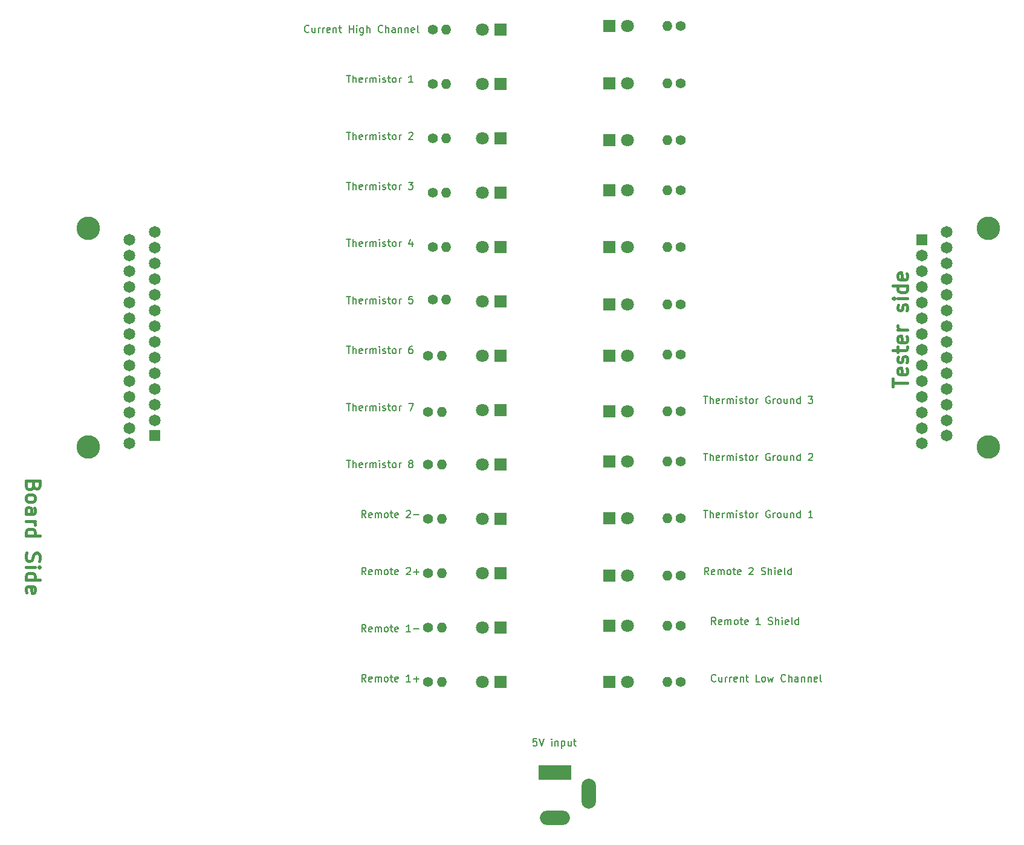
<source format=gbr>
%TF.GenerationSoftware,KiCad,Pcbnew,7.0.7*%
%TF.CreationDate,2023-08-22T14:12:51-05:00*%
%TF.ProjectId,O2 thermistor cable,4f322074-6865-4726-9d69-73746f722063,0*%
%TF.SameCoordinates,Original*%
%TF.FileFunction,Soldermask,Top*%
%TF.FilePolarity,Negative*%
%FSLAX46Y46*%
G04 Gerber Fmt 4.6, Leading zero omitted, Abs format (unit mm)*
G04 Created by KiCad (PCBNEW 7.0.7) date 2023-08-22 14:12:51*
%MOMM*%
%LPD*%
G01*
G04 APERTURE LIST*
%ADD10C,0.150000*%
%ADD11C,0.400000*%
%ADD12R,4.600000X2.000000*%
%ADD13O,4.200000X2.000000*%
%ADD14O,2.000000X4.200000*%
%ADD15R,1.800000X1.800000*%
%ADD16C,1.800000*%
%ADD17C,1.400000*%
%ADD18O,1.400000X1.400000*%
%ADD19C,3.300000*%
%ADD20R,1.650000X1.650000*%
%ADD21C,1.650000*%
G04 APERTURE END LIST*
D10*
X140908207Y-106869819D02*
X140574874Y-106393628D01*
X140336779Y-106869819D02*
X140336779Y-105869819D01*
X140336779Y-105869819D02*
X140717731Y-105869819D01*
X140717731Y-105869819D02*
X140812969Y-105917438D01*
X140812969Y-105917438D02*
X140860588Y-105965057D01*
X140860588Y-105965057D02*
X140908207Y-106060295D01*
X140908207Y-106060295D02*
X140908207Y-106203152D01*
X140908207Y-106203152D02*
X140860588Y-106298390D01*
X140860588Y-106298390D02*
X140812969Y-106346009D01*
X140812969Y-106346009D02*
X140717731Y-106393628D01*
X140717731Y-106393628D02*
X140336779Y-106393628D01*
X141717731Y-106822200D02*
X141622493Y-106869819D01*
X141622493Y-106869819D02*
X141432017Y-106869819D01*
X141432017Y-106869819D02*
X141336779Y-106822200D01*
X141336779Y-106822200D02*
X141289160Y-106726961D01*
X141289160Y-106726961D02*
X141289160Y-106346009D01*
X141289160Y-106346009D02*
X141336779Y-106250771D01*
X141336779Y-106250771D02*
X141432017Y-106203152D01*
X141432017Y-106203152D02*
X141622493Y-106203152D01*
X141622493Y-106203152D02*
X141717731Y-106250771D01*
X141717731Y-106250771D02*
X141765350Y-106346009D01*
X141765350Y-106346009D02*
X141765350Y-106441247D01*
X141765350Y-106441247D02*
X141289160Y-106536485D01*
X142193922Y-106869819D02*
X142193922Y-106203152D01*
X142193922Y-106298390D02*
X142241541Y-106250771D01*
X142241541Y-106250771D02*
X142336779Y-106203152D01*
X142336779Y-106203152D02*
X142479636Y-106203152D01*
X142479636Y-106203152D02*
X142574874Y-106250771D01*
X142574874Y-106250771D02*
X142622493Y-106346009D01*
X142622493Y-106346009D02*
X142622493Y-106869819D01*
X142622493Y-106346009D02*
X142670112Y-106250771D01*
X142670112Y-106250771D02*
X142765350Y-106203152D01*
X142765350Y-106203152D02*
X142908207Y-106203152D01*
X142908207Y-106203152D02*
X143003446Y-106250771D01*
X143003446Y-106250771D02*
X143051065Y-106346009D01*
X143051065Y-106346009D02*
X143051065Y-106869819D01*
X143670112Y-106869819D02*
X143574874Y-106822200D01*
X143574874Y-106822200D02*
X143527255Y-106774580D01*
X143527255Y-106774580D02*
X143479636Y-106679342D01*
X143479636Y-106679342D02*
X143479636Y-106393628D01*
X143479636Y-106393628D02*
X143527255Y-106298390D01*
X143527255Y-106298390D02*
X143574874Y-106250771D01*
X143574874Y-106250771D02*
X143670112Y-106203152D01*
X143670112Y-106203152D02*
X143812969Y-106203152D01*
X143812969Y-106203152D02*
X143908207Y-106250771D01*
X143908207Y-106250771D02*
X143955826Y-106298390D01*
X143955826Y-106298390D02*
X144003445Y-106393628D01*
X144003445Y-106393628D02*
X144003445Y-106679342D01*
X144003445Y-106679342D02*
X143955826Y-106774580D01*
X143955826Y-106774580D02*
X143908207Y-106822200D01*
X143908207Y-106822200D02*
X143812969Y-106869819D01*
X143812969Y-106869819D02*
X143670112Y-106869819D01*
X144289160Y-106203152D02*
X144670112Y-106203152D01*
X144432017Y-105869819D02*
X144432017Y-106726961D01*
X144432017Y-106726961D02*
X144479636Y-106822200D01*
X144479636Y-106822200D02*
X144574874Y-106869819D01*
X144574874Y-106869819D02*
X144670112Y-106869819D01*
X145384398Y-106822200D02*
X145289160Y-106869819D01*
X145289160Y-106869819D02*
X145098684Y-106869819D01*
X145098684Y-106869819D02*
X145003446Y-106822200D01*
X145003446Y-106822200D02*
X144955827Y-106726961D01*
X144955827Y-106726961D02*
X144955827Y-106346009D01*
X144955827Y-106346009D02*
X145003446Y-106250771D01*
X145003446Y-106250771D02*
X145098684Y-106203152D01*
X145098684Y-106203152D02*
X145289160Y-106203152D01*
X145289160Y-106203152D02*
X145384398Y-106250771D01*
X145384398Y-106250771D02*
X145432017Y-106346009D01*
X145432017Y-106346009D02*
X145432017Y-106441247D01*
X145432017Y-106441247D02*
X144955827Y-106536485D01*
X146574875Y-105965057D02*
X146622494Y-105917438D01*
X146622494Y-105917438D02*
X146717732Y-105869819D01*
X146717732Y-105869819D02*
X146955827Y-105869819D01*
X146955827Y-105869819D02*
X147051065Y-105917438D01*
X147051065Y-105917438D02*
X147098684Y-105965057D01*
X147098684Y-105965057D02*
X147146303Y-106060295D01*
X147146303Y-106060295D02*
X147146303Y-106155533D01*
X147146303Y-106155533D02*
X147098684Y-106298390D01*
X147098684Y-106298390D02*
X146527256Y-106869819D01*
X146527256Y-106869819D02*
X147146303Y-106869819D01*
X148289161Y-106822200D02*
X148432018Y-106869819D01*
X148432018Y-106869819D02*
X148670113Y-106869819D01*
X148670113Y-106869819D02*
X148765351Y-106822200D01*
X148765351Y-106822200D02*
X148812970Y-106774580D01*
X148812970Y-106774580D02*
X148860589Y-106679342D01*
X148860589Y-106679342D02*
X148860589Y-106584104D01*
X148860589Y-106584104D02*
X148812970Y-106488866D01*
X148812970Y-106488866D02*
X148765351Y-106441247D01*
X148765351Y-106441247D02*
X148670113Y-106393628D01*
X148670113Y-106393628D02*
X148479637Y-106346009D01*
X148479637Y-106346009D02*
X148384399Y-106298390D01*
X148384399Y-106298390D02*
X148336780Y-106250771D01*
X148336780Y-106250771D02*
X148289161Y-106155533D01*
X148289161Y-106155533D02*
X148289161Y-106060295D01*
X148289161Y-106060295D02*
X148336780Y-105965057D01*
X148336780Y-105965057D02*
X148384399Y-105917438D01*
X148384399Y-105917438D02*
X148479637Y-105869819D01*
X148479637Y-105869819D02*
X148717732Y-105869819D01*
X148717732Y-105869819D02*
X148860589Y-105917438D01*
X149289161Y-106869819D02*
X149289161Y-105869819D01*
X149717732Y-106869819D02*
X149717732Y-106346009D01*
X149717732Y-106346009D02*
X149670113Y-106250771D01*
X149670113Y-106250771D02*
X149574875Y-106203152D01*
X149574875Y-106203152D02*
X149432018Y-106203152D01*
X149432018Y-106203152D02*
X149336780Y-106250771D01*
X149336780Y-106250771D02*
X149289161Y-106298390D01*
X150193923Y-106869819D02*
X150193923Y-106203152D01*
X150193923Y-105869819D02*
X150146304Y-105917438D01*
X150146304Y-105917438D02*
X150193923Y-105965057D01*
X150193923Y-105965057D02*
X150241542Y-105917438D01*
X150241542Y-105917438D02*
X150193923Y-105869819D01*
X150193923Y-105869819D02*
X150193923Y-105965057D01*
X151051065Y-106822200D02*
X150955827Y-106869819D01*
X150955827Y-106869819D02*
X150765351Y-106869819D01*
X150765351Y-106869819D02*
X150670113Y-106822200D01*
X150670113Y-106822200D02*
X150622494Y-106726961D01*
X150622494Y-106726961D02*
X150622494Y-106346009D01*
X150622494Y-106346009D02*
X150670113Y-106250771D01*
X150670113Y-106250771D02*
X150765351Y-106203152D01*
X150765351Y-106203152D02*
X150955827Y-106203152D01*
X150955827Y-106203152D02*
X151051065Y-106250771D01*
X151051065Y-106250771D02*
X151098684Y-106346009D01*
X151098684Y-106346009D02*
X151098684Y-106441247D01*
X151098684Y-106441247D02*
X150622494Y-106536485D01*
X151670113Y-106869819D02*
X151574875Y-106822200D01*
X151574875Y-106822200D02*
X151527256Y-106726961D01*
X151527256Y-106726961D02*
X151527256Y-105869819D01*
X152479637Y-106869819D02*
X152479637Y-105869819D01*
X152479637Y-106822200D02*
X152384399Y-106869819D01*
X152384399Y-106869819D02*
X152193923Y-106869819D01*
X152193923Y-106869819D02*
X152098685Y-106822200D01*
X152098685Y-106822200D02*
X152051066Y-106774580D01*
X152051066Y-106774580D02*
X152003447Y-106679342D01*
X152003447Y-106679342D02*
X152003447Y-106393628D01*
X152003447Y-106393628D02*
X152051066Y-106298390D01*
X152051066Y-106298390D02*
X152098685Y-106250771D01*
X152098685Y-106250771D02*
X152193923Y-106203152D01*
X152193923Y-106203152D02*
X152384399Y-106203152D01*
X152384399Y-106203152D02*
X152479637Y-106250771D01*
X90193922Y-67869819D02*
X90765350Y-67869819D01*
X90479636Y-68869819D02*
X90479636Y-67869819D01*
X91098684Y-68869819D02*
X91098684Y-67869819D01*
X91527255Y-68869819D02*
X91527255Y-68346009D01*
X91527255Y-68346009D02*
X91479636Y-68250771D01*
X91479636Y-68250771D02*
X91384398Y-68203152D01*
X91384398Y-68203152D02*
X91241541Y-68203152D01*
X91241541Y-68203152D02*
X91146303Y-68250771D01*
X91146303Y-68250771D02*
X91098684Y-68298390D01*
X92384398Y-68822200D02*
X92289160Y-68869819D01*
X92289160Y-68869819D02*
X92098684Y-68869819D01*
X92098684Y-68869819D02*
X92003446Y-68822200D01*
X92003446Y-68822200D02*
X91955827Y-68726961D01*
X91955827Y-68726961D02*
X91955827Y-68346009D01*
X91955827Y-68346009D02*
X92003446Y-68250771D01*
X92003446Y-68250771D02*
X92098684Y-68203152D01*
X92098684Y-68203152D02*
X92289160Y-68203152D01*
X92289160Y-68203152D02*
X92384398Y-68250771D01*
X92384398Y-68250771D02*
X92432017Y-68346009D01*
X92432017Y-68346009D02*
X92432017Y-68441247D01*
X92432017Y-68441247D02*
X91955827Y-68536485D01*
X92860589Y-68869819D02*
X92860589Y-68203152D01*
X92860589Y-68393628D02*
X92908208Y-68298390D01*
X92908208Y-68298390D02*
X92955827Y-68250771D01*
X92955827Y-68250771D02*
X93051065Y-68203152D01*
X93051065Y-68203152D02*
X93146303Y-68203152D01*
X93479637Y-68869819D02*
X93479637Y-68203152D01*
X93479637Y-68298390D02*
X93527256Y-68250771D01*
X93527256Y-68250771D02*
X93622494Y-68203152D01*
X93622494Y-68203152D02*
X93765351Y-68203152D01*
X93765351Y-68203152D02*
X93860589Y-68250771D01*
X93860589Y-68250771D02*
X93908208Y-68346009D01*
X93908208Y-68346009D02*
X93908208Y-68869819D01*
X93908208Y-68346009D02*
X93955827Y-68250771D01*
X93955827Y-68250771D02*
X94051065Y-68203152D01*
X94051065Y-68203152D02*
X94193922Y-68203152D01*
X94193922Y-68203152D02*
X94289161Y-68250771D01*
X94289161Y-68250771D02*
X94336780Y-68346009D01*
X94336780Y-68346009D02*
X94336780Y-68869819D01*
X94812970Y-68869819D02*
X94812970Y-68203152D01*
X94812970Y-67869819D02*
X94765351Y-67917438D01*
X94765351Y-67917438D02*
X94812970Y-67965057D01*
X94812970Y-67965057D02*
X94860589Y-67917438D01*
X94860589Y-67917438D02*
X94812970Y-67869819D01*
X94812970Y-67869819D02*
X94812970Y-67965057D01*
X95241541Y-68822200D02*
X95336779Y-68869819D01*
X95336779Y-68869819D02*
X95527255Y-68869819D01*
X95527255Y-68869819D02*
X95622493Y-68822200D01*
X95622493Y-68822200D02*
X95670112Y-68726961D01*
X95670112Y-68726961D02*
X95670112Y-68679342D01*
X95670112Y-68679342D02*
X95622493Y-68584104D01*
X95622493Y-68584104D02*
X95527255Y-68536485D01*
X95527255Y-68536485D02*
X95384398Y-68536485D01*
X95384398Y-68536485D02*
X95289160Y-68488866D01*
X95289160Y-68488866D02*
X95241541Y-68393628D01*
X95241541Y-68393628D02*
X95241541Y-68346009D01*
X95241541Y-68346009D02*
X95289160Y-68250771D01*
X95289160Y-68250771D02*
X95384398Y-68203152D01*
X95384398Y-68203152D02*
X95527255Y-68203152D01*
X95527255Y-68203152D02*
X95622493Y-68250771D01*
X95955827Y-68203152D02*
X96336779Y-68203152D01*
X96098684Y-67869819D02*
X96098684Y-68726961D01*
X96098684Y-68726961D02*
X96146303Y-68822200D01*
X96146303Y-68822200D02*
X96241541Y-68869819D01*
X96241541Y-68869819D02*
X96336779Y-68869819D01*
X96812970Y-68869819D02*
X96717732Y-68822200D01*
X96717732Y-68822200D02*
X96670113Y-68774580D01*
X96670113Y-68774580D02*
X96622494Y-68679342D01*
X96622494Y-68679342D02*
X96622494Y-68393628D01*
X96622494Y-68393628D02*
X96670113Y-68298390D01*
X96670113Y-68298390D02*
X96717732Y-68250771D01*
X96717732Y-68250771D02*
X96812970Y-68203152D01*
X96812970Y-68203152D02*
X96955827Y-68203152D01*
X96955827Y-68203152D02*
X97051065Y-68250771D01*
X97051065Y-68250771D02*
X97098684Y-68298390D01*
X97098684Y-68298390D02*
X97146303Y-68393628D01*
X97146303Y-68393628D02*
X97146303Y-68679342D01*
X97146303Y-68679342D02*
X97098684Y-68774580D01*
X97098684Y-68774580D02*
X97051065Y-68822200D01*
X97051065Y-68822200D02*
X96955827Y-68869819D01*
X96955827Y-68869819D02*
X96812970Y-68869819D01*
X97574875Y-68869819D02*
X97574875Y-68203152D01*
X97574875Y-68393628D02*
X97622494Y-68298390D01*
X97622494Y-68298390D02*
X97670113Y-68250771D01*
X97670113Y-68250771D02*
X97765351Y-68203152D01*
X97765351Y-68203152D02*
X97860589Y-68203152D01*
X99432018Y-67869819D02*
X98955828Y-67869819D01*
X98955828Y-67869819D02*
X98908209Y-68346009D01*
X98908209Y-68346009D02*
X98955828Y-68298390D01*
X98955828Y-68298390D02*
X99051066Y-68250771D01*
X99051066Y-68250771D02*
X99289161Y-68250771D01*
X99289161Y-68250771D02*
X99384399Y-68298390D01*
X99384399Y-68298390D02*
X99432018Y-68346009D01*
X99432018Y-68346009D02*
X99479637Y-68441247D01*
X99479637Y-68441247D02*
X99479637Y-68679342D01*
X99479637Y-68679342D02*
X99432018Y-68774580D01*
X99432018Y-68774580D02*
X99384399Y-68822200D01*
X99384399Y-68822200D02*
X99289161Y-68869819D01*
X99289161Y-68869819D02*
X99051066Y-68869819D01*
X99051066Y-68869819D02*
X98955828Y-68822200D01*
X98955828Y-68822200D02*
X98908209Y-68774580D01*
X84908207Y-30774580D02*
X84860588Y-30822200D01*
X84860588Y-30822200D02*
X84717731Y-30869819D01*
X84717731Y-30869819D02*
X84622493Y-30869819D01*
X84622493Y-30869819D02*
X84479636Y-30822200D01*
X84479636Y-30822200D02*
X84384398Y-30726961D01*
X84384398Y-30726961D02*
X84336779Y-30631723D01*
X84336779Y-30631723D02*
X84289160Y-30441247D01*
X84289160Y-30441247D02*
X84289160Y-30298390D01*
X84289160Y-30298390D02*
X84336779Y-30107914D01*
X84336779Y-30107914D02*
X84384398Y-30012676D01*
X84384398Y-30012676D02*
X84479636Y-29917438D01*
X84479636Y-29917438D02*
X84622493Y-29869819D01*
X84622493Y-29869819D02*
X84717731Y-29869819D01*
X84717731Y-29869819D02*
X84860588Y-29917438D01*
X84860588Y-29917438D02*
X84908207Y-29965057D01*
X85765350Y-30203152D02*
X85765350Y-30869819D01*
X85336779Y-30203152D02*
X85336779Y-30726961D01*
X85336779Y-30726961D02*
X85384398Y-30822200D01*
X85384398Y-30822200D02*
X85479636Y-30869819D01*
X85479636Y-30869819D02*
X85622493Y-30869819D01*
X85622493Y-30869819D02*
X85717731Y-30822200D01*
X85717731Y-30822200D02*
X85765350Y-30774580D01*
X86241541Y-30869819D02*
X86241541Y-30203152D01*
X86241541Y-30393628D02*
X86289160Y-30298390D01*
X86289160Y-30298390D02*
X86336779Y-30250771D01*
X86336779Y-30250771D02*
X86432017Y-30203152D01*
X86432017Y-30203152D02*
X86527255Y-30203152D01*
X86860589Y-30869819D02*
X86860589Y-30203152D01*
X86860589Y-30393628D02*
X86908208Y-30298390D01*
X86908208Y-30298390D02*
X86955827Y-30250771D01*
X86955827Y-30250771D02*
X87051065Y-30203152D01*
X87051065Y-30203152D02*
X87146303Y-30203152D01*
X87860589Y-30822200D02*
X87765351Y-30869819D01*
X87765351Y-30869819D02*
X87574875Y-30869819D01*
X87574875Y-30869819D02*
X87479637Y-30822200D01*
X87479637Y-30822200D02*
X87432018Y-30726961D01*
X87432018Y-30726961D02*
X87432018Y-30346009D01*
X87432018Y-30346009D02*
X87479637Y-30250771D01*
X87479637Y-30250771D02*
X87574875Y-30203152D01*
X87574875Y-30203152D02*
X87765351Y-30203152D01*
X87765351Y-30203152D02*
X87860589Y-30250771D01*
X87860589Y-30250771D02*
X87908208Y-30346009D01*
X87908208Y-30346009D02*
X87908208Y-30441247D01*
X87908208Y-30441247D02*
X87432018Y-30536485D01*
X88336780Y-30203152D02*
X88336780Y-30869819D01*
X88336780Y-30298390D02*
X88384399Y-30250771D01*
X88384399Y-30250771D02*
X88479637Y-30203152D01*
X88479637Y-30203152D02*
X88622494Y-30203152D01*
X88622494Y-30203152D02*
X88717732Y-30250771D01*
X88717732Y-30250771D02*
X88765351Y-30346009D01*
X88765351Y-30346009D02*
X88765351Y-30869819D01*
X89098685Y-30203152D02*
X89479637Y-30203152D01*
X89241542Y-29869819D02*
X89241542Y-30726961D01*
X89241542Y-30726961D02*
X89289161Y-30822200D01*
X89289161Y-30822200D02*
X89384399Y-30869819D01*
X89384399Y-30869819D02*
X89479637Y-30869819D01*
X90574876Y-30869819D02*
X90574876Y-29869819D01*
X90574876Y-30346009D02*
X91146304Y-30346009D01*
X91146304Y-30869819D02*
X91146304Y-29869819D01*
X91622495Y-30869819D02*
X91622495Y-30203152D01*
X91622495Y-29869819D02*
X91574876Y-29917438D01*
X91574876Y-29917438D02*
X91622495Y-29965057D01*
X91622495Y-29965057D02*
X91670114Y-29917438D01*
X91670114Y-29917438D02*
X91622495Y-29869819D01*
X91622495Y-29869819D02*
X91622495Y-29965057D01*
X92527256Y-30203152D02*
X92527256Y-31012676D01*
X92527256Y-31012676D02*
X92479637Y-31107914D01*
X92479637Y-31107914D02*
X92432018Y-31155533D01*
X92432018Y-31155533D02*
X92336780Y-31203152D01*
X92336780Y-31203152D02*
X92193923Y-31203152D01*
X92193923Y-31203152D02*
X92098685Y-31155533D01*
X92527256Y-30822200D02*
X92432018Y-30869819D01*
X92432018Y-30869819D02*
X92241542Y-30869819D01*
X92241542Y-30869819D02*
X92146304Y-30822200D01*
X92146304Y-30822200D02*
X92098685Y-30774580D01*
X92098685Y-30774580D02*
X92051066Y-30679342D01*
X92051066Y-30679342D02*
X92051066Y-30393628D01*
X92051066Y-30393628D02*
X92098685Y-30298390D01*
X92098685Y-30298390D02*
X92146304Y-30250771D01*
X92146304Y-30250771D02*
X92241542Y-30203152D01*
X92241542Y-30203152D02*
X92432018Y-30203152D01*
X92432018Y-30203152D02*
X92527256Y-30250771D01*
X93003447Y-30869819D02*
X93003447Y-29869819D01*
X93432018Y-30869819D02*
X93432018Y-30346009D01*
X93432018Y-30346009D02*
X93384399Y-30250771D01*
X93384399Y-30250771D02*
X93289161Y-30203152D01*
X93289161Y-30203152D02*
X93146304Y-30203152D01*
X93146304Y-30203152D02*
X93051066Y-30250771D01*
X93051066Y-30250771D02*
X93003447Y-30298390D01*
X95241542Y-30774580D02*
X95193923Y-30822200D01*
X95193923Y-30822200D02*
X95051066Y-30869819D01*
X95051066Y-30869819D02*
X94955828Y-30869819D01*
X94955828Y-30869819D02*
X94812971Y-30822200D01*
X94812971Y-30822200D02*
X94717733Y-30726961D01*
X94717733Y-30726961D02*
X94670114Y-30631723D01*
X94670114Y-30631723D02*
X94622495Y-30441247D01*
X94622495Y-30441247D02*
X94622495Y-30298390D01*
X94622495Y-30298390D02*
X94670114Y-30107914D01*
X94670114Y-30107914D02*
X94717733Y-30012676D01*
X94717733Y-30012676D02*
X94812971Y-29917438D01*
X94812971Y-29917438D02*
X94955828Y-29869819D01*
X94955828Y-29869819D02*
X95051066Y-29869819D01*
X95051066Y-29869819D02*
X95193923Y-29917438D01*
X95193923Y-29917438D02*
X95241542Y-29965057D01*
X95670114Y-30869819D02*
X95670114Y-29869819D01*
X96098685Y-30869819D02*
X96098685Y-30346009D01*
X96098685Y-30346009D02*
X96051066Y-30250771D01*
X96051066Y-30250771D02*
X95955828Y-30203152D01*
X95955828Y-30203152D02*
X95812971Y-30203152D01*
X95812971Y-30203152D02*
X95717733Y-30250771D01*
X95717733Y-30250771D02*
X95670114Y-30298390D01*
X97003447Y-30869819D02*
X97003447Y-30346009D01*
X97003447Y-30346009D02*
X96955828Y-30250771D01*
X96955828Y-30250771D02*
X96860590Y-30203152D01*
X96860590Y-30203152D02*
X96670114Y-30203152D01*
X96670114Y-30203152D02*
X96574876Y-30250771D01*
X97003447Y-30822200D02*
X96908209Y-30869819D01*
X96908209Y-30869819D02*
X96670114Y-30869819D01*
X96670114Y-30869819D02*
X96574876Y-30822200D01*
X96574876Y-30822200D02*
X96527257Y-30726961D01*
X96527257Y-30726961D02*
X96527257Y-30631723D01*
X96527257Y-30631723D02*
X96574876Y-30536485D01*
X96574876Y-30536485D02*
X96670114Y-30488866D01*
X96670114Y-30488866D02*
X96908209Y-30488866D01*
X96908209Y-30488866D02*
X97003447Y-30441247D01*
X97479638Y-30203152D02*
X97479638Y-30869819D01*
X97479638Y-30298390D02*
X97527257Y-30250771D01*
X97527257Y-30250771D02*
X97622495Y-30203152D01*
X97622495Y-30203152D02*
X97765352Y-30203152D01*
X97765352Y-30203152D02*
X97860590Y-30250771D01*
X97860590Y-30250771D02*
X97908209Y-30346009D01*
X97908209Y-30346009D02*
X97908209Y-30869819D01*
X98384400Y-30203152D02*
X98384400Y-30869819D01*
X98384400Y-30298390D02*
X98432019Y-30250771D01*
X98432019Y-30250771D02*
X98527257Y-30203152D01*
X98527257Y-30203152D02*
X98670114Y-30203152D01*
X98670114Y-30203152D02*
X98765352Y-30250771D01*
X98765352Y-30250771D02*
X98812971Y-30346009D01*
X98812971Y-30346009D02*
X98812971Y-30869819D01*
X99670114Y-30822200D02*
X99574876Y-30869819D01*
X99574876Y-30869819D02*
X99384400Y-30869819D01*
X99384400Y-30869819D02*
X99289162Y-30822200D01*
X99289162Y-30822200D02*
X99241543Y-30726961D01*
X99241543Y-30726961D02*
X99241543Y-30346009D01*
X99241543Y-30346009D02*
X99289162Y-30250771D01*
X99289162Y-30250771D02*
X99384400Y-30203152D01*
X99384400Y-30203152D02*
X99574876Y-30203152D01*
X99574876Y-30203152D02*
X99670114Y-30250771D01*
X99670114Y-30250771D02*
X99717733Y-30346009D01*
X99717733Y-30346009D02*
X99717733Y-30441247D01*
X99717733Y-30441247D02*
X99241543Y-30536485D01*
X100289162Y-30869819D02*
X100193924Y-30822200D01*
X100193924Y-30822200D02*
X100146305Y-30726961D01*
X100146305Y-30726961D02*
X100146305Y-29869819D01*
X92908207Y-98869819D02*
X92574874Y-98393628D01*
X92336779Y-98869819D02*
X92336779Y-97869819D01*
X92336779Y-97869819D02*
X92717731Y-97869819D01*
X92717731Y-97869819D02*
X92812969Y-97917438D01*
X92812969Y-97917438D02*
X92860588Y-97965057D01*
X92860588Y-97965057D02*
X92908207Y-98060295D01*
X92908207Y-98060295D02*
X92908207Y-98203152D01*
X92908207Y-98203152D02*
X92860588Y-98298390D01*
X92860588Y-98298390D02*
X92812969Y-98346009D01*
X92812969Y-98346009D02*
X92717731Y-98393628D01*
X92717731Y-98393628D02*
X92336779Y-98393628D01*
X93717731Y-98822200D02*
X93622493Y-98869819D01*
X93622493Y-98869819D02*
X93432017Y-98869819D01*
X93432017Y-98869819D02*
X93336779Y-98822200D01*
X93336779Y-98822200D02*
X93289160Y-98726961D01*
X93289160Y-98726961D02*
X93289160Y-98346009D01*
X93289160Y-98346009D02*
X93336779Y-98250771D01*
X93336779Y-98250771D02*
X93432017Y-98203152D01*
X93432017Y-98203152D02*
X93622493Y-98203152D01*
X93622493Y-98203152D02*
X93717731Y-98250771D01*
X93717731Y-98250771D02*
X93765350Y-98346009D01*
X93765350Y-98346009D02*
X93765350Y-98441247D01*
X93765350Y-98441247D02*
X93289160Y-98536485D01*
X94193922Y-98869819D02*
X94193922Y-98203152D01*
X94193922Y-98298390D02*
X94241541Y-98250771D01*
X94241541Y-98250771D02*
X94336779Y-98203152D01*
X94336779Y-98203152D02*
X94479636Y-98203152D01*
X94479636Y-98203152D02*
X94574874Y-98250771D01*
X94574874Y-98250771D02*
X94622493Y-98346009D01*
X94622493Y-98346009D02*
X94622493Y-98869819D01*
X94622493Y-98346009D02*
X94670112Y-98250771D01*
X94670112Y-98250771D02*
X94765350Y-98203152D01*
X94765350Y-98203152D02*
X94908207Y-98203152D01*
X94908207Y-98203152D02*
X95003446Y-98250771D01*
X95003446Y-98250771D02*
X95051065Y-98346009D01*
X95051065Y-98346009D02*
X95051065Y-98869819D01*
X95670112Y-98869819D02*
X95574874Y-98822200D01*
X95574874Y-98822200D02*
X95527255Y-98774580D01*
X95527255Y-98774580D02*
X95479636Y-98679342D01*
X95479636Y-98679342D02*
X95479636Y-98393628D01*
X95479636Y-98393628D02*
X95527255Y-98298390D01*
X95527255Y-98298390D02*
X95574874Y-98250771D01*
X95574874Y-98250771D02*
X95670112Y-98203152D01*
X95670112Y-98203152D02*
X95812969Y-98203152D01*
X95812969Y-98203152D02*
X95908207Y-98250771D01*
X95908207Y-98250771D02*
X95955826Y-98298390D01*
X95955826Y-98298390D02*
X96003445Y-98393628D01*
X96003445Y-98393628D02*
X96003445Y-98679342D01*
X96003445Y-98679342D02*
X95955826Y-98774580D01*
X95955826Y-98774580D02*
X95908207Y-98822200D01*
X95908207Y-98822200D02*
X95812969Y-98869819D01*
X95812969Y-98869819D02*
X95670112Y-98869819D01*
X96289160Y-98203152D02*
X96670112Y-98203152D01*
X96432017Y-97869819D02*
X96432017Y-98726961D01*
X96432017Y-98726961D02*
X96479636Y-98822200D01*
X96479636Y-98822200D02*
X96574874Y-98869819D01*
X96574874Y-98869819D02*
X96670112Y-98869819D01*
X97384398Y-98822200D02*
X97289160Y-98869819D01*
X97289160Y-98869819D02*
X97098684Y-98869819D01*
X97098684Y-98869819D02*
X97003446Y-98822200D01*
X97003446Y-98822200D02*
X96955827Y-98726961D01*
X96955827Y-98726961D02*
X96955827Y-98346009D01*
X96955827Y-98346009D02*
X97003446Y-98250771D01*
X97003446Y-98250771D02*
X97098684Y-98203152D01*
X97098684Y-98203152D02*
X97289160Y-98203152D01*
X97289160Y-98203152D02*
X97384398Y-98250771D01*
X97384398Y-98250771D02*
X97432017Y-98346009D01*
X97432017Y-98346009D02*
X97432017Y-98441247D01*
X97432017Y-98441247D02*
X96955827Y-98536485D01*
X98574875Y-97965057D02*
X98622494Y-97917438D01*
X98622494Y-97917438D02*
X98717732Y-97869819D01*
X98717732Y-97869819D02*
X98955827Y-97869819D01*
X98955827Y-97869819D02*
X99051065Y-97917438D01*
X99051065Y-97917438D02*
X99098684Y-97965057D01*
X99098684Y-97965057D02*
X99146303Y-98060295D01*
X99146303Y-98060295D02*
X99146303Y-98155533D01*
X99146303Y-98155533D02*
X99098684Y-98298390D01*
X99098684Y-98298390D02*
X98527256Y-98869819D01*
X98527256Y-98869819D02*
X99146303Y-98869819D01*
X99574875Y-98488866D02*
X100336780Y-98488866D01*
X90193922Y-90869819D02*
X90765350Y-90869819D01*
X90479636Y-91869819D02*
X90479636Y-90869819D01*
X91098684Y-91869819D02*
X91098684Y-90869819D01*
X91527255Y-91869819D02*
X91527255Y-91346009D01*
X91527255Y-91346009D02*
X91479636Y-91250771D01*
X91479636Y-91250771D02*
X91384398Y-91203152D01*
X91384398Y-91203152D02*
X91241541Y-91203152D01*
X91241541Y-91203152D02*
X91146303Y-91250771D01*
X91146303Y-91250771D02*
X91098684Y-91298390D01*
X92384398Y-91822200D02*
X92289160Y-91869819D01*
X92289160Y-91869819D02*
X92098684Y-91869819D01*
X92098684Y-91869819D02*
X92003446Y-91822200D01*
X92003446Y-91822200D02*
X91955827Y-91726961D01*
X91955827Y-91726961D02*
X91955827Y-91346009D01*
X91955827Y-91346009D02*
X92003446Y-91250771D01*
X92003446Y-91250771D02*
X92098684Y-91203152D01*
X92098684Y-91203152D02*
X92289160Y-91203152D01*
X92289160Y-91203152D02*
X92384398Y-91250771D01*
X92384398Y-91250771D02*
X92432017Y-91346009D01*
X92432017Y-91346009D02*
X92432017Y-91441247D01*
X92432017Y-91441247D02*
X91955827Y-91536485D01*
X92860589Y-91869819D02*
X92860589Y-91203152D01*
X92860589Y-91393628D02*
X92908208Y-91298390D01*
X92908208Y-91298390D02*
X92955827Y-91250771D01*
X92955827Y-91250771D02*
X93051065Y-91203152D01*
X93051065Y-91203152D02*
X93146303Y-91203152D01*
X93479637Y-91869819D02*
X93479637Y-91203152D01*
X93479637Y-91298390D02*
X93527256Y-91250771D01*
X93527256Y-91250771D02*
X93622494Y-91203152D01*
X93622494Y-91203152D02*
X93765351Y-91203152D01*
X93765351Y-91203152D02*
X93860589Y-91250771D01*
X93860589Y-91250771D02*
X93908208Y-91346009D01*
X93908208Y-91346009D02*
X93908208Y-91869819D01*
X93908208Y-91346009D02*
X93955827Y-91250771D01*
X93955827Y-91250771D02*
X94051065Y-91203152D01*
X94051065Y-91203152D02*
X94193922Y-91203152D01*
X94193922Y-91203152D02*
X94289161Y-91250771D01*
X94289161Y-91250771D02*
X94336780Y-91346009D01*
X94336780Y-91346009D02*
X94336780Y-91869819D01*
X94812970Y-91869819D02*
X94812970Y-91203152D01*
X94812970Y-90869819D02*
X94765351Y-90917438D01*
X94765351Y-90917438D02*
X94812970Y-90965057D01*
X94812970Y-90965057D02*
X94860589Y-90917438D01*
X94860589Y-90917438D02*
X94812970Y-90869819D01*
X94812970Y-90869819D02*
X94812970Y-90965057D01*
X95241541Y-91822200D02*
X95336779Y-91869819D01*
X95336779Y-91869819D02*
X95527255Y-91869819D01*
X95527255Y-91869819D02*
X95622493Y-91822200D01*
X95622493Y-91822200D02*
X95670112Y-91726961D01*
X95670112Y-91726961D02*
X95670112Y-91679342D01*
X95670112Y-91679342D02*
X95622493Y-91584104D01*
X95622493Y-91584104D02*
X95527255Y-91536485D01*
X95527255Y-91536485D02*
X95384398Y-91536485D01*
X95384398Y-91536485D02*
X95289160Y-91488866D01*
X95289160Y-91488866D02*
X95241541Y-91393628D01*
X95241541Y-91393628D02*
X95241541Y-91346009D01*
X95241541Y-91346009D02*
X95289160Y-91250771D01*
X95289160Y-91250771D02*
X95384398Y-91203152D01*
X95384398Y-91203152D02*
X95527255Y-91203152D01*
X95527255Y-91203152D02*
X95622493Y-91250771D01*
X95955827Y-91203152D02*
X96336779Y-91203152D01*
X96098684Y-90869819D02*
X96098684Y-91726961D01*
X96098684Y-91726961D02*
X96146303Y-91822200D01*
X96146303Y-91822200D02*
X96241541Y-91869819D01*
X96241541Y-91869819D02*
X96336779Y-91869819D01*
X96812970Y-91869819D02*
X96717732Y-91822200D01*
X96717732Y-91822200D02*
X96670113Y-91774580D01*
X96670113Y-91774580D02*
X96622494Y-91679342D01*
X96622494Y-91679342D02*
X96622494Y-91393628D01*
X96622494Y-91393628D02*
X96670113Y-91298390D01*
X96670113Y-91298390D02*
X96717732Y-91250771D01*
X96717732Y-91250771D02*
X96812970Y-91203152D01*
X96812970Y-91203152D02*
X96955827Y-91203152D01*
X96955827Y-91203152D02*
X97051065Y-91250771D01*
X97051065Y-91250771D02*
X97098684Y-91298390D01*
X97098684Y-91298390D02*
X97146303Y-91393628D01*
X97146303Y-91393628D02*
X97146303Y-91679342D01*
X97146303Y-91679342D02*
X97098684Y-91774580D01*
X97098684Y-91774580D02*
X97051065Y-91822200D01*
X97051065Y-91822200D02*
X96955827Y-91869819D01*
X96955827Y-91869819D02*
X96812970Y-91869819D01*
X97574875Y-91869819D02*
X97574875Y-91203152D01*
X97574875Y-91393628D02*
X97622494Y-91298390D01*
X97622494Y-91298390D02*
X97670113Y-91250771D01*
X97670113Y-91250771D02*
X97765351Y-91203152D01*
X97765351Y-91203152D02*
X97860589Y-91203152D01*
X99098685Y-91298390D02*
X99003447Y-91250771D01*
X99003447Y-91250771D02*
X98955828Y-91203152D01*
X98955828Y-91203152D02*
X98908209Y-91107914D01*
X98908209Y-91107914D02*
X98908209Y-91060295D01*
X98908209Y-91060295D02*
X98955828Y-90965057D01*
X98955828Y-90965057D02*
X99003447Y-90917438D01*
X99003447Y-90917438D02*
X99098685Y-90869819D01*
X99098685Y-90869819D02*
X99289161Y-90869819D01*
X99289161Y-90869819D02*
X99384399Y-90917438D01*
X99384399Y-90917438D02*
X99432018Y-90965057D01*
X99432018Y-90965057D02*
X99479637Y-91060295D01*
X99479637Y-91060295D02*
X99479637Y-91107914D01*
X99479637Y-91107914D02*
X99432018Y-91203152D01*
X99432018Y-91203152D02*
X99384399Y-91250771D01*
X99384399Y-91250771D02*
X99289161Y-91298390D01*
X99289161Y-91298390D02*
X99098685Y-91298390D01*
X99098685Y-91298390D02*
X99003447Y-91346009D01*
X99003447Y-91346009D02*
X98955828Y-91393628D01*
X98955828Y-91393628D02*
X98908209Y-91488866D01*
X98908209Y-91488866D02*
X98908209Y-91679342D01*
X98908209Y-91679342D02*
X98955828Y-91774580D01*
X98955828Y-91774580D02*
X99003447Y-91822200D01*
X99003447Y-91822200D02*
X99098685Y-91869819D01*
X99098685Y-91869819D02*
X99289161Y-91869819D01*
X99289161Y-91869819D02*
X99384399Y-91822200D01*
X99384399Y-91822200D02*
X99432018Y-91774580D01*
X99432018Y-91774580D02*
X99479637Y-91679342D01*
X99479637Y-91679342D02*
X99479637Y-91488866D01*
X99479637Y-91488866D02*
X99432018Y-91393628D01*
X99432018Y-91393628D02*
X99384399Y-91346009D01*
X99384399Y-91346009D02*
X99289161Y-91298390D01*
X116812969Y-129869819D02*
X116336779Y-129869819D01*
X116336779Y-129869819D02*
X116289160Y-130346009D01*
X116289160Y-130346009D02*
X116336779Y-130298390D01*
X116336779Y-130298390D02*
X116432017Y-130250771D01*
X116432017Y-130250771D02*
X116670112Y-130250771D01*
X116670112Y-130250771D02*
X116765350Y-130298390D01*
X116765350Y-130298390D02*
X116812969Y-130346009D01*
X116812969Y-130346009D02*
X116860588Y-130441247D01*
X116860588Y-130441247D02*
X116860588Y-130679342D01*
X116860588Y-130679342D02*
X116812969Y-130774580D01*
X116812969Y-130774580D02*
X116765350Y-130822200D01*
X116765350Y-130822200D02*
X116670112Y-130869819D01*
X116670112Y-130869819D02*
X116432017Y-130869819D01*
X116432017Y-130869819D02*
X116336779Y-130822200D01*
X116336779Y-130822200D02*
X116289160Y-130774580D01*
X117146303Y-129869819D02*
X117479636Y-130869819D01*
X117479636Y-130869819D02*
X117812969Y-129869819D01*
X118908208Y-130869819D02*
X118908208Y-130203152D01*
X118908208Y-129869819D02*
X118860589Y-129917438D01*
X118860589Y-129917438D02*
X118908208Y-129965057D01*
X118908208Y-129965057D02*
X118955827Y-129917438D01*
X118955827Y-129917438D02*
X118908208Y-129869819D01*
X118908208Y-129869819D02*
X118908208Y-129965057D01*
X119384398Y-130203152D02*
X119384398Y-130869819D01*
X119384398Y-130298390D02*
X119432017Y-130250771D01*
X119432017Y-130250771D02*
X119527255Y-130203152D01*
X119527255Y-130203152D02*
X119670112Y-130203152D01*
X119670112Y-130203152D02*
X119765350Y-130250771D01*
X119765350Y-130250771D02*
X119812969Y-130346009D01*
X119812969Y-130346009D02*
X119812969Y-130869819D01*
X120289160Y-130203152D02*
X120289160Y-131203152D01*
X120289160Y-130250771D02*
X120384398Y-130203152D01*
X120384398Y-130203152D02*
X120574874Y-130203152D01*
X120574874Y-130203152D02*
X120670112Y-130250771D01*
X120670112Y-130250771D02*
X120717731Y-130298390D01*
X120717731Y-130298390D02*
X120765350Y-130393628D01*
X120765350Y-130393628D02*
X120765350Y-130679342D01*
X120765350Y-130679342D02*
X120717731Y-130774580D01*
X120717731Y-130774580D02*
X120670112Y-130822200D01*
X120670112Y-130822200D02*
X120574874Y-130869819D01*
X120574874Y-130869819D02*
X120384398Y-130869819D01*
X120384398Y-130869819D02*
X120289160Y-130822200D01*
X121622493Y-130203152D02*
X121622493Y-130869819D01*
X121193922Y-130203152D02*
X121193922Y-130726961D01*
X121193922Y-130726961D02*
X121241541Y-130822200D01*
X121241541Y-130822200D02*
X121336779Y-130869819D01*
X121336779Y-130869819D02*
X121479636Y-130869819D01*
X121479636Y-130869819D02*
X121574874Y-130822200D01*
X121574874Y-130822200D02*
X121622493Y-130774580D01*
X121955827Y-130203152D02*
X122336779Y-130203152D01*
X122098684Y-129869819D02*
X122098684Y-130726961D01*
X122098684Y-130726961D02*
X122146303Y-130822200D01*
X122146303Y-130822200D02*
X122241541Y-130869819D01*
X122241541Y-130869819D02*
X122336779Y-130869819D01*
X92908207Y-121869819D02*
X92574874Y-121393628D01*
X92336779Y-121869819D02*
X92336779Y-120869819D01*
X92336779Y-120869819D02*
X92717731Y-120869819D01*
X92717731Y-120869819D02*
X92812969Y-120917438D01*
X92812969Y-120917438D02*
X92860588Y-120965057D01*
X92860588Y-120965057D02*
X92908207Y-121060295D01*
X92908207Y-121060295D02*
X92908207Y-121203152D01*
X92908207Y-121203152D02*
X92860588Y-121298390D01*
X92860588Y-121298390D02*
X92812969Y-121346009D01*
X92812969Y-121346009D02*
X92717731Y-121393628D01*
X92717731Y-121393628D02*
X92336779Y-121393628D01*
X93717731Y-121822200D02*
X93622493Y-121869819D01*
X93622493Y-121869819D02*
X93432017Y-121869819D01*
X93432017Y-121869819D02*
X93336779Y-121822200D01*
X93336779Y-121822200D02*
X93289160Y-121726961D01*
X93289160Y-121726961D02*
X93289160Y-121346009D01*
X93289160Y-121346009D02*
X93336779Y-121250771D01*
X93336779Y-121250771D02*
X93432017Y-121203152D01*
X93432017Y-121203152D02*
X93622493Y-121203152D01*
X93622493Y-121203152D02*
X93717731Y-121250771D01*
X93717731Y-121250771D02*
X93765350Y-121346009D01*
X93765350Y-121346009D02*
X93765350Y-121441247D01*
X93765350Y-121441247D02*
X93289160Y-121536485D01*
X94193922Y-121869819D02*
X94193922Y-121203152D01*
X94193922Y-121298390D02*
X94241541Y-121250771D01*
X94241541Y-121250771D02*
X94336779Y-121203152D01*
X94336779Y-121203152D02*
X94479636Y-121203152D01*
X94479636Y-121203152D02*
X94574874Y-121250771D01*
X94574874Y-121250771D02*
X94622493Y-121346009D01*
X94622493Y-121346009D02*
X94622493Y-121869819D01*
X94622493Y-121346009D02*
X94670112Y-121250771D01*
X94670112Y-121250771D02*
X94765350Y-121203152D01*
X94765350Y-121203152D02*
X94908207Y-121203152D01*
X94908207Y-121203152D02*
X95003446Y-121250771D01*
X95003446Y-121250771D02*
X95051065Y-121346009D01*
X95051065Y-121346009D02*
X95051065Y-121869819D01*
X95670112Y-121869819D02*
X95574874Y-121822200D01*
X95574874Y-121822200D02*
X95527255Y-121774580D01*
X95527255Y-121774580D02*
X95479636Y-121679342D01*
X95479636Y-121679342D02*
X95479636Y-121393628D01*
X95479636Y-121393628D02*
X95527255Y-121298390D01*
X95527255Y-121298390D02*
X95574874Y-121250771D01*
X95574874Y-121250771D02*
X95670112Y-121203152D01*
X95670112Y-121203152D02*
X95812969Y-121203152D01*
X95812969Y-121203152D02*
X95908207Y-121250771D01*
X95908207Y-121250771D02*
X95955826Y-121298390D01*
X95955826Y-121298390D02*
X96003445Y-121393628D01*
X96003445Y-121393628D02*
X96003445Y-121679342D01*
X96003445Y-121679342D02*
X95955826Y-121774580D01*
X95955826Y-121774580D02*
X95908207Y-121822200D01*
X95908207Y-121822200D02*
X95812969Y-121869819D01*
X95812969Y-121869819D02*
X95670112Y-121869819D01*
X96289160Y-121203152D02*
X96670112Y-121203152D01*
X96432017Y-120869819D02*
X96432017Y-121726961D01*
X96432017Y-121726961D02*
X96479636Y-121822200D01*
X96479636Y-121822200D02*
X96574874Y-121869819D01*
X96574874Y-121869819D02*
X96670112Y-121869819D01*
X97384398Y-121822200D02*
X97289160Y-121869819D01*
X97289160Y-121869819D02*
X97098684Y-121869819D01*
X97098684Y-121869819D02*
X97003446Y-121822200D01*
X97003446Y-121822200D02*
X96955827Y-121726961D01*
X96955827Y-121726961D02*
X96955827Y-121346009D01*
X96955827Y-121346009D02*
X97003446Y-121250771D01*
X97003446Y-121250771D02*
X97098684Y-121203152D01*
X97098684Y-121203152D02*
X97289160Y-121203152D01*
X97289160Y-121203152D02*
X97384398Y-121250771D01*
X97384398Y-121250771D02*
X97432017Y-121346009D01*
X97432017Y-121346009D02*
X97432017Y-121441247D01*
X97432017Y-121441247D02*
X96955827Y-121536485D01*
X99146303Y-121869819D02*
X98574875Y-121869819D01*
X98860589Y-121869819D02*
X98860589Y-120869819D01*
X98860589Y-120869819D02*
X98765351Y-121012676D01*
X98765351Y-121012676D02*
X98670113Y-121107914D01*
X98670113Y-121107914D02*
X98574875Y-121155533D01*
X99574875Y-121488866D02*
X100336780Y-121488866D01*
X99955827Y-121869819D02*
X99955827Y-121107914D01*
X90193922Y-36869819D02*
X90765350Y-36869819D01*
X90479636Y-37869819D02*
X90479636Y-36869819D01*
X91098684Y-37869819D02*
X91098684Y-36869819D01*
X91527255Y-37869819D02*
X91527255Y-37346009D01*
X91527255Y-37346009D02*
X91479636Y-37250771D01*
X91479636Y-37250771D02*
X91384398Y-37203152D01*
X91384398Y-37203152D02*
X91241541Y-37203152D01*
X91241541Y-37203152D02*
X91146303Y-37250771D01*
X91146303Y-37250771D02*
X91098684Y-37298390D01*
X92384398Y-37822200D02*
X92289160Y-37869819D01*
X92289160Y-37869819D02*
X92098684Y-37869819D01*
X92098684Y-37869819D02*
X92003446Y-37822200D01*
X92003446Y-37822200D02*
X91955827Y-37726961D01*
X91955827Y-37726961D02*
X91955827Y-37346009D01*
X91955827Y-37346009D02*
X92003446Y-37250771D01*
X92003446Y-37250771D02*
X92098684Y-37203152D01*
X92098684Y-37203152D02*
X92289160Y-37203152D01*
X92289160Y-37203152D02*
X92384398Y-37250771D01*
X92384398Y-37250771D02*
X92432017Y-37346009D01*
X92432017Y-37346009D02*
X92432017Y-37441247D01*
X92432017Y-37441247D02*
X91955827Y-37536485D01*
X92860589Y-37869819D02*
X92860589Y-37203152D01*
X92860589Y-37393628D02*
X92908208Y-37298390D01*
X92908208Y-37298390D02*
X92955827Y-37250771D01*
X92955827Y-37250771D02*
X93051065Y-37203152D01*
X93051065Y-37203152D02*
X93146303Y-37203152D01*
X93479637Y-37869819D02*
X93479637Y-37203152D01*
X93479637Y-37298390D02*
X93527256Y-37250771D01*
X93527256Y-37250771D02*
X93622494Y-37203152D01*
X93622494Y-37203152D02*
X93765351Y-37203152D01*
X93765351Y-37203152D02*
X93860589Y-37250771D01*
X93860589Y-37250771D02*
X93908208Y-37346009D01*
X93908208Y-37346009D02*
X93908208Y-37869819D01*
X93908208Y-37346009D02*
X93955827Y-37250771D01*
X93955827Y-37250771D02*
X94051065Y-37203152D01*
X94051065Y-37203152D02*
X94193922Y-37203152D01*
X94193922Y-37203152D02*
X94289161Y-37250771D01*
X94289161Y-37250771D02*
X94336780Y-37346009D01*
X94336780Y-37346009D02*
X94336780Y-37869819D01*
X94812970Y-37869819D02*
X94812970Y-37203152D01*
X94812970Y-36869819D02*
X94765351Y-36917438D01*
X94765351Y-36917438D02*
X94812970Y-36965057D01*
X94812970Y-36965057D02*
X94860589Y-36917438D01*
X94860589Y-36917438D02*
X94812970Y-36869819D01*
X94812970Y-36869819D02*
X94812970Y-36965057D01*
X95241541Y-37822200D02*
X95336779Y-37869819D01*
X95336779Y-37869819D02*
X95527255Y-37869819D01*
X95527255Y-37869819D02*
X95622493Y-37822200D01*
X95622493Y-37822200D02*
X95670112Y-37726961D01*
X95670112Y-37726961D02*
X95670112Y-37679342D01*
X95670112Y-37679342D02*
X95622493Y-37584104D01*
X95622493Y-37584104D02*
X95527255Y-37536485D01*
X95527255Y-37536485D02*
X95384398Y-37536485D01*
X95384398Y-37536485D02*
X95289160Y-37488866D01*
X95289160Y-37488866D02*
X95241541Y-37393628D01*
X95241541Y-37393628D02*
X95241541Y-37346009D01*
X95241541Y-37346009D02*
X95289160Y-37250771D01*
X95289160Y-37250771D02*
X95384398Y-37203152D01*
X95384398Y-37203152D02*
X95527255Y-37203152D01*
X95527255Y-37203152D02*
X95622493Y-37250771D01*
X95955827Y-37203152D02*
X96336779Y-37203152D01*
X96098684Y-36869819D02*
X96098684Y-37726961D01*
X96098684Y-37726961D02*
X96146303Y-37822200D01*
X96146303Y-37822200D02*
X96241541Y-37869819D01*
X96241541Y-37869819D02*
X96336779Y-37869819D01*
X96812970Y-37869819D02*
X96717732Y-37822200D01*
X96717732Y-37822200D02*
X96670113Y-37774580D01*
X96670113Y-37774580D02*
X96622494Y-37679342D01*
X96622494Y-37679342D02*
X96622494Y-37393628D01*
X96622494Y-37393628D02*
X96670113Y-37298390D01*
X96670113Y-37298390D02*
X96717732Y-37250771D01*
X96717732Y-37250771D02*
X96812970Y-37203152D01*
X96812970Y-37203152D02*
X96955827Y-37203152D01*
X96955827Y-37203152D02*
X97051065Y-37250771D01*
X97051065Y-37250771D02*
X97098684Y-37298390D01*
X97098684Y-37298390D02*
X97146303Y-37393628D01*
X97146303Y-37393628D02*
X97146303Y-37679342D01*
X97146303Y-37679342D02*
X97098684Y-37774580D01*
X97098684Y-37774580D02*
X97051065Y-37822200D01*
X97051065Y-37822200D02*
X96955827Y-37869819D01*
X96955827Y-37869819D02*
X96812970Y-37869819D01*
X97574875Y-37869819D02*
X97574875Y-37203152D01*
X97574875Y-37393628D02*
X97622494Y-37298390D01*
X97622494Y-37298390D02*
X97670113Y-37250771D01*
X97670113Y-37250771D02*
X97765351Y-37203152D01*
X97765351Y-37203152D02*
X97860589Y-37203152D01*
X99479637Y-37869819D02*
X98908209Y-37869819D01*
X99193923Y-37869819D02*
X99193923Y-36869819D01*
X99193923Y-36869819D02*
X99098685Y-37012676D01*
X99098685Y-37012676D02*
X99003447Y-37107914D01*
X99003447Y-37107914D02*
X98908209Y-37155533D01*
X90193922Y-51869819D02*
X90765350Y-51869819D01*
X90479636Y-52869819D02*
X90479636Y-51869819D01*
X91098684Y-52869819D02*
X91098684Y-51869819D01*
X91527255Y-52869819D02*
X91527255Y-52346009D01*
X91527255Y-52346009D02*
X91479636Y-52250771D01*
X91479636Y-52250771D02*
X91384398Y-52203152D01*
X91384398Y-52203152D02*
X91241541Y-52203152D01*
X91241541Y-52203152D02*
X91146303Y-52250771D01*
X91146303Y-52250771D02*
X91098684Y-52298390D01*
X92384398Y-52822200D02*
X92289160Y-52869819D01*
X92289160Y-52869819D02*
X92098684Y-52869819D01*
X92098684Y-52869819D02*
X92003446Y-52822200D01*
X92003446Y-52822200D02*
X91955827Y-52726961D01*
X91955827Y-52726961D02*
X91955827Y-52346009D01*
X91955827Y-52346009D02*
X92003446Y-52250771D01*
X92003446Y-52250771D02*
X92098684Y-52203152D01*
X92098684Y-52203152D02*
X92289160Y-52203152D01*
X92289160Y-52203152D02*
X92384398Y-52250771D01*
X92384398Y-52250771D02*
X92432017Y-52346009D01*
X92432017Y-52346009D02*
X92432017Y-52441247D01*
X92432017Y-52441247D02*
X91955827Y-52536485D01*
X92860589Y-52869819D02*
X92860589Y-52203152D01*
X92860589Y-52393628D02*
X92908208Y-52298390D01*
X92908208Y-52298390D02*
X92955827Y-52250771D01*
X92955827Y-52250771D02*
X93051065Y-52203152D01*
X93051065Y-52203152D02*
X93146303Y-52203152D01*
X93479637Y-52869819D02*
X93479637Y-52203152D01*
X93479637Y-52298390D02*
X93527256Y-52250771D01*
X93527256Y-52250771D02*
X93622494Y-52203152D01*
X93622494Y-52203152D02*
X93765351Y-52203152D01*
X93765351Y-52203152D02*
X93860589Y-52250771D01*
X93860589Y-52250771D02*
X93908208Y-52346009D01*
X93908208Y-52346009D02*
X93908208Y-52869819D01*
X93908208Y-52346009D02*
X93955827Y-52250771D01*
X93955827Y-52250771D02*
X94051065Y-52203152D01*
X94051065Y-52203152D02*
X94193922Y-52203152D01*
X94193922Y-52203152D02*
X94289161Y-52250771D01*
X94289161Y-52250771D02*
X94336780Y-52346009D01*
X94336780Y-52346009D02*
X94336780Y-52869819D01*
X94812970Y-52869819D02*
X94812970Y-52203152D01*
X94812970Y-51869819D02*
X94765351Y-51917438D01*
X94765351Y-51917438D02*
X94812970Y-51965057D01*
X94812970Y-51965057D02*
X94860589Y-51917438D01*
X94860589Y-51917438D02*
X94812970Y-51869819D01*
X94812970Y-51869819D02*
X94812970Y-51965057D01*
X95241541Y-52822200D02*
X95336779Y-52869819D01*
X95336779Y-52869819D02*
X95527255Y-52869819D01*
X95527255Y-52869819D02*
X95622493Y-52822200D01*
X95622493Y-52822200D02*
X95670112Y-52726961D01*
X95670112Y-52726961D02*
X95670112Y-52679342D01*
X95670112Y-52679342D02*
X95622493Y-52584104D01*
X95622493Y-52584104D02*
X95527255Y-52536485D01*
X95527255Y-52536485D02*
X95384398Y-52536485D01*
X95384398Y-52536485D02*
X95289160Y-52488866D01*
X95289160Y-52488866D02*
X95241541Y-52393628D01*
X95241541Y-52393628D02*
X95241541Y-52346009D01*
X95241541Y-52346009D02*
X95289160Y-52250771D01*
X95289160Y-52250771D02*
X95384398Y-52203152D01*
X95384398Y-52203152D02*
X95527255Y-52203152D01*
X95527255Y-52203152D02*
X95622493Y-52250771D01*
X95955827Y-52203152D02*
X96336779Y-52203152D01*
X96098684Y-51869819D02*
X96098684Y-52726961D01*
X96098684Y-52726961D02*
X96146303Y-52822200D01*
X96146303Y-52822200D02*
X96241541Y-52869819D01*
X96241541Y-52869819D02*
X96336779Y-52869819D01*
X96812970Y-52869819D02*
X96717732Y-52822200D01*
X96717732Y-52822200D02*
X96670113Y-52774580D01*
X96670113Y-52774580D02*
X96622494Y-52679342D01*
X96622494Y-52679342D02*
X96622494Y-52393628D01*
X96622494Y-52393628D02*
X96670113Y-52298390D01*
X96670113Y-52298390D02*
X96717732Y-52250771D01*
X96717732Y-52250771D02*
X96812970Y-52203152D01*
X96812970Y-52203152D02*
X96955827Y-52203152D01*
X96955827Y-52203152D02*
X97051065Y-52250771D01*
X97051065Y-52250771D02*
X97098684Y-52298390D01*
X97098684Y-52298390D02*
X97146303Y-52393628D01*
X97146303Y-52393628D02*
X97146303Y-52679342D01*
X97146303Y-52679342D02*
X97098684Y-52774580D01*
X97098684Y-52774580D02*
X97051065Y-52822200D01*
X97051065Y-52822200D02*
X96955827Y-52869819D01*
X96955827Y-52869819D02*
X96812970Y-52869819D01*
X97574875Y-52869819D02*
X97574875Y-52203152D01*
X97574875Y-52393628D02*
X97622494Y-52298390D01*
X97622494Y-52298390D02*
X97670113Y-52250771D01*
X97670113Y-52250771D02*
X97765351Y-52203152D01*
X97765351Y-52203152D02*
X97860589Y-52203152D01*
X98860590Y-51869819D02*
X99479637Y-51869819D01*
X99479637Y-51869819D02*
X99146304Y-52250771D01*
X99146304Y-52250771D02*
X99289161Y-52250771D01*
X99289161Y-52250771D02*
X99384399Y-52298390D01*
X99384399Y-52298390D02*
X99432018Y-52346009D01*
X99432018Y-52346009D02*
X99479637Y-52441247D01*
X99479637Y-52441247D02*
X99479637Y-52679342D01*
X99479637Y-52679342D02*
X99432018Y-52774580D01*
X99432018Y-52774580D02*
X99384399Y-52822200D01*
X99384399Y-52822200D02*
X99289161Y-52869819D01*
X99289161Y-52869819D02*
X99003447Y-52869819D01*
X99003447Y-52869819D02*
X98908209Y-52822200D01*
X98908209Y-52822200D02*
X98860590Y-52774580D01*
X90193922Y-74869819D02*
X90765350Y-74869819D01*
X90479636Y-75869819D02*
X90479636Y-74869819D01*
X91098684Y-75869819D02*
X91098684Y-74869819D01*
X91527255Y-75869819D02*
X91527255Y-75346009D01*
X91527255Y-75346009D02*
X91479636Y-75250771D01*
X91479636Y-75250771D02*
X91384398Y-75203152D01*
X91384398Y-75203152D02*
X91241541Y-75203152D01*
X91241541Y-75203152D02*
X91146303Y-75250771D01*
X91146303Y-75250771D02*
X91098684Y-75298390D01*
X92384398Y-75822200D02*
X92289160Y-75869819D01*
X92289160Y-75869819D02*
X92098684Y-75869819D01*
X92098684Y-75869819D02*
X92003446Y-75822200D01*
X92003446Y-75822200D02*
X91955827Y-75726961D01*
X91955827Y-75726961D02*
X91955827Y-75346009D01*
X91955827Y-75346009D02*
X92003446Y-75250771D01*
X92003446Y-75250771D02*
X92098684Y-75203152D01*
X92098684Y-75203152D02*
X92289160Y-75203152D01*
X92289160Y-75203152D02*
X92384398Y-75250771D01*
X92384398Y-75250771D02*
X92432017Y-75346009D01*
X92432017Y-75346009D02*
X92432017Y-75441247D01*
X92432017Y-75441247D02*
X91955827Y-75536485D01*
X92860589Y-75869819D02*
X92860589Y-75203152D01*
X92860589Y-75393628D02*
X92908208Y-75298390D01*
X92908208Y-75298390D02*
X92955827Y-75250771D01*
X92955827Y-75250771D02*
X93051065Y-75203152D01*
X93051065Y-75203152D02*
X93146303Y-75203152D01*
X93479637Y-75869819D02*
X93479637Y-75203152D01*
X93479637Y-75298390D02*
X93527256Y-75250771D01*
X93527256Y-75250771D02*
X93622494Y-75203152D01*
X93622494Y-75203152D02*
X93765351Y-75203152D01*
X93765351Y-75203152D02*
X93860589Y-75250771D01*
X93860589Y-75250771D02*
X93908208Y-75346009D01*
X93908208Y-75346009D02*
X93908208Y-75869819D01*
X93908208Y-75346009D02*
X93955827Y-75250771D01*
X93955827Y-75250771D02*
X94051065Y-75203152D01*
X94051065Y-75203152D02*
X94193922Y-75203152D01*
X94193922Y-75203152D02*
X94289161Y-75250771D01*
X94289161Y-75250771D02*
X94336780Y-75346009D01*
X94336780Y-75346009D02*
X94336780Y-75869819D01*
X94812970Y-75869819D02*
X94812970Y-75203152D01*
X94812970Y-74869819D02*
X94765351Y-74917438D01*
X94765351Y-74917438D02*
X94812970Y-74965057D01*
X94812970Y-74965057D02*
X94860589Y-74917438D01*
X94860589Y-74917438D02*
X94812970Y-74869819D01*
X94812970Y-74869819D02*
X94812970Y-74965057D01*
X95241541Y-75822200D02*
X95336779Y-75869819D01*
X95336779Y-75869819D02*
X95527255Y-75869819D01*
X95527255Y-75869819D02*
X95622493Y-75822200D01*
X95622493Y-75822200D02*
X95670112Y-75726961D01*
X95670112Y-75726961D02*
X95670112Y-75679342D01*
X95670112Y-75679342D02*
X95622493Y-75584104D01*
X95622493Y-75584104D02*
X95527255Y-75536485D01*
X95527255Y-75536485D02*
X95384398Y-75536485D01*
X95384398Y-75536485D02*
X95289160Y-75488866D01*
X95289160Y-75488866D02*
X95241541Y-75393628D01*
X95241541Y-75393628D02*
X95241541Y-75346009D01*
X95241541Y-75346009D02*
X95289160Y-75250771D01*
X95289160Y-75250771D02*
X95384398Y-75203152D01*
X95384398Y-75203152D02*
X95527255Y-75203152D01*
X95527255Y-75203152D02*
X95622493Y-75250771D01*
X95955827Y-75203152D02*
X96336779Y-75203152D01*
X96098684Y-74869819D02*
X96098684Y-75726961D01*
X96098684Y-75726961D02*
X96146303Y-75822200D01*
X96146303Y-75822200D02*
X96241541Y-75869819D01*
X96241541Y-75869819D02*
X96336779Y-75869819D01*
X96812970Y-75869819D02*
X96717732Y-75822200D01*
X96717732Y-75822200D02*
X96670113Y-75774580D01*
X96670113Y-75774580D02*
X96622494Y-75679342D01*
X96622494Y-75679342D02*
X96622494Y-75393628D01*
X96622494Y-75393628D02*
X96670113Y-75298390D01*
X96670113Y-75298390D02*
X96717732Y-75250771D01*
X96717732Y-75250771D02*
X96812970Y-75203152D01*
X96812970Y-75203152D02*
X96955827Y-75203152D01*
X96955827Y-75203152D02*
X97051065Y-75250771D01*
X97051065Y-75250771D02*
X97098684Y-75298390D01*
X97098684Y-75298390D02*
X97146303Y-75393628D01*
X97146303Y-75393628D02*
X97146303Y-75679342D01*
X97146303Y-75679342D02*
X97098684Y-75774580D01*
X97098684Y-75774580D02*
X97051065Y-75822200D01*
X97051065Y-75822200D02*
X96955827Y-75869819D01*
X96955827Y-75869819D02*
X96812970Y-75869819D01*
X97574875Y-75869819D02*
X97574875Y-75203152D01*
X97574875Y-75393628D02*
X97622494Y-75298390D01*
X97622494Y-75298390D02*
X97670113Y-75250771D01*
X97670113Y-75250771D02*
X97765351Y-75203152D01*
X97765351Y-75203152D02*
X97860589Y-75203152D01*
X99384399Y-74869819D02*
X99193923Y-74869819D01*
X99193923Y-74869819D02*
X99098685Y-74917438D01*
X99098685Y-74917438D02*
X99051066Y-74965057D01*
X99051066Y-74965057D02*
X98955828Y-75107914D01*
X98955828Y-75107914D02*
X98908209Y-75298390D01*
X98908209Y-75298390D02*
X98908209Y-75679342D01*
X98908209Y-75679342D02*
X98955828Y-75774580D01*
X98955828Y-75774580D02*
X99003447Y-75822200D01*
X99003447Y-75822200D02*
X99098685Y-75869819D01*
X99098685Y-75869819D02*
X99289161Y-75869819D01*
X99289161Y-75869819D02*
X99384399Y-75822200D01*
X99384399Y-75822200D02*
X99432018Y-75774580D01*
X99432018Y-75774580D02*
X99479637Y-75679342D01*
X99479637Y-75679342D02*
X99479637Y-75441247D01*
X99479637Y-75441247D02*
X99432018Y-75346009D01*
X99432018Y-75346009D02*
X99384399Y-75298390D01*
X99384399Y-75298390D02*
X99289161Y-75250771D01*
X99289161Y-75250771D02*
X99098685Y-75250771D01*
X99098685Y-75250771D02*
X99003447Y-75298390D01*
X99003447Y-75298390D02*
X98955828Y-75346009D01*
X98955828Y-75346009D02*
X98908209Y-75441247D01*
X140193922Y-89869819D02*
X140765350Y-89869819D01*
X140479636Y-90869819D02*
X140479636Y-89869819D01*
X141098684Y-90869819D02*
X141098684Y-89869819D01*
X141527255Y-90869819D02*
X141527255Y-90346009D01*
X141527255Y-90346009D02*
X141479636Y-90250771D01*
X141479636Y-90250771D02*
X141384398Y-90203152D01*
X141384398Y-90203152D02*
X141241541Y-90203152D01*
X141241541Y-90203152D02*
X141146303Y-90250771D01*
X141146303Y-90250771D02*
X141098684Y-90298390D01*
X142384398Y-90822200D02*
X142289160Y-90869819D01*
X142289160Y-90869819D02*
X142098684Y-90869819D01*
X142098684Y-90869819D02*
X142003446Y-90822200D01*
X142003446Y-90822200D02*
X141955827Y-90726961D01*
X141955827Y-90726961D02*
X141955827Y-90346009D01*
X141955827Y-90346009D02*
X142003446Y-90250771D01*
X142003446Y-90250771D02*
X142098684Y-90203152D01*
X142098684Y-90203152D02*
X142289160Y-90203152D01*
X142289160Y-90203152D02*
X142384398Y-90250771D01*
X142384398Y-90250771D02*
X142432017Y-90346009D01*
X142432017Y-90346009D02*
X142432017Y-90441247D01*
X142432017Y-90441247D02*
X141955827Y-90536485D01*
X142860589Y-90869819D02*
X142860589Y-90203152D01*
X142860589Y-90393628D02*
X142908208Y-90298390D01*
X142908208Y-90298390D02*
X142955827Y-90250771D01*
X142955827Y-90250771D02*
X143051065Y-90203152D01*
X143051065Y-90203152D02*
X143146303Y-90203152D01*
X143479637Y-90869819D02*
X143479637Y-90203152D01*
X143479637Y-90298390D02*
X143527256Y-90250771D01*
X143527256Y-90250771D02*
X143622494Y-90203152D01*
X143622494Y-90203152D02*
X143765351Y-90203152D01*
X143765351Y-90203152D02*
X143860589Y-90250771D01*
X143860589Y-90250771D02*
X143908208Y-90346009D01*
X143908208Y-90346009D02*
X143908208Y-90869819D01*
X143908208Y-90346009D02*
X143955827Y-90250771D01*
X143955827Y-90250771D02*
X144051065Y-90203152D01*
X144051065Y-90203152D02*
X144193922Y-90203152D01*
X144193922Y-90203152D02*
X144289161Y-90250771D01*
X144289161Y-90250771D02*
X144336780Y-90346009D01*
X144336780Y-90346009D02*
X144336780Y-90869819D01*
X144812970Y-90869819D02*
X144812970Y-90203152D01*
X144812970Y-89869819D02*
X144765351Y-89917438D01*
X144765351Y-89917438D02*
X144812970Y-89965057D01*
X144812970Y-89965057D02*
X144860589Y-89917438D01*
X144860589Y-89917438D02*
X144812970Y-89869819D01*
X144812970Y-89869819D02*
X144812970Y-89965057D01*
X145241541Y-90822200D02*
X145336779Y-90869819D01*
X145336779Y-90869819D02*
X145527255Y-90869819D01*
X145527255Y-90869819D02*
X145622493Y-90822200D01*
X145622493Y-90822200D02*
X145670112Y-90726961D01*
X145670112Y-90726961D02*
X145670112Y-90679342D01*
X145670112Y-90679342D02*
X145622493Y-90584104D01*
X145622493Y-90584104D02*
X145527255Y-90536485D01*
X145527255Y-90536485D02*
X145384398Y-90536485D01*
X145384398Y-90536485D02*
X145289160Y-90488866D01*
X145289160Y-90488866D02*
X145241541Y-90393628D01*
X145241541Y-90393628D02*
X145241541Y-90346009D01*
X145241541Y-90346009D02*
X145289160Y-90250771D01*
X145289160Y-90250771D02*
X145384398Y-90203152D01*
X145384398Y-90203152D02*
X145527255Y-90203152D01*
X145527255Y-90203152D02*
X145622493Y-90250771D01*
X145955827Y-90203152D02*
X146336779Y-90203152D01*
X146098684Y-89869819D02*
X146098684Y-90726961D01*
X146098684Y-90726961D02*
X146146303Y-90822200D01*
X146146303Y-90822200D02*
X146241541Y-90869819D01*
X146241541Y-90869819D02*
X146336779Y-90869819D01*
X146812970Y-90869819D02*
X146717732Y-90822200D01*
X146717732Y-90822200D02*
X146670113Y-90774580D01*
X146670113Y-90774580D02*
X146622494Y-90679342D01*
X146622494Y-90679342D02*
X146622494Y-90393628D01*
X146622494Y-90393628D02*
X146670113Y-90298390D01*
X146670113Y-90298390D02*
X146717732Y-90250771D01*
X146717732Y-90250771D02*
X146812970Y-90203152D01*
X146812970Y-90203152D02*
X146955827Y-90203152D01*
X146955827Y-90203152D02*
X147051065Y-90250771D01*
X147051065Y-90250771D02*
X147098684Y-90298390D01*
X147098684Y-90298390D02*
X147146303Y-90393628D01*
X147146303Y-90393628D02*
X147146303Y-90679342D01*
X147146303Y-90679342D02*
X147098684Y-90774580D01*
X147098684Y-90774580D02*
X147051065Y-90822200D01*
X147051065Y-90822200D02*
X146955827Y-90869819D01*
X146955827Y-90869819D02*
X146812970Y-90869819D01*
X147574875Y-90869819D02*
X147574875Y-90203152D01*
X147574875Y-90393628D02*
X147622494Y-90298390D01*
X147622494Y-90298390D02*
X147670113Y-90250771D01*
X147670113Y-90250771D02*
X147765351Y-90203152D01*
X147765351Y-90203152D02*
X147860589Y-90203152D01*
X149479637Y-89917438D02*
X149384399Y-89869819D01*
X149384399Y-89869819D02*
X149241542Y-89869819D01*
X149241542Y-89869819D02*
X149098685Y-89917438D01*
X149098685Y-89917438D02*
X149003447Y-90012676D01*
X149003447Y-90012676D02*
X148955828Y-90107914D01*
X148955828Y-90107914D02*
X148908209Y-90298390D01*
X148908209Y-90298390D02*
X148908209Y-90441247D01*
X148908209Y-90441247D02*
X148955828Y-90631723D01*
X148955828Y-90631723D02*
X149003447Y-90726961D01*
X149003447Y-90726961D02*
X149098685Y-90822200D01*
X149098685Y-90822200D02*
X149241542Y-90869819D01*
X149241542Y-90869819D02*
X149336780Y-90869819D01*
X149336780Y-90869819D02*
X149479637Y-90822200D01*
X149479637Y-90822200D02*
X149527256Y-90774580D01*
X149527256Y-90774580D02*
X149527256Y-90441247D01*
X149527256Y-90441247D02*
X149336780Y-90441247D01*
X149955828Y-90869819D02*
X149955828Y-90203152D01*
X149955828Y-90393628D02*
X150003447Y-90298390D01*
X150003447Y-90298390D02*
X150051066Y-90250771D01*
X150051066Y-90250771D02*
X150146304Y-90203152D01*
X150146304Y-90203152D02*
X150241542Y-90203152D01*
X150717733Y-90869819D02*
X150622495Y-90822200D01*
X150622495Y-90822200D02*
X150574876Y-90774580D01*
X150574876Y-90774580D02*
X150527257Y-90679342D01*
X150527257Y-90679342D02*
X150527257Y-90393628D01*
X150527257Y-90393628D02*
X150574876Y-90298390D01*
X150574876Y-90298390D02*
X150622495Y-90250771D01*
X150622495Y-90250771D02*
X150717733Y-90203152D01*
X150717733Y-90203152D02*
X150860590Y-90203152D01*
X150860590Y-90203152D02*
X150955828Y-90250771D01*
X150955828Y-90250771D02*
X151003447Y-90298390D01*
X151003447Y-90298390D02*
X151051066Y-90393628D01*
X151051066Y-90393628D02*
X151051066Y-90679342D01*
X151051066Y-90679342D02*
X151003447Y-90774580D01*
X151003447Y-90774580D02*
X150955828Y-90822200D01*
X150955828Y-90822200D02*
X150860590Y-90869819D01*
X150860590Y-90869819D02*
X150717733Y-90869819D01*
X151908209Y-90203152D02*
X151908209Y-90869819D01*
X151479638Y-90203152D02*
X151479638Y-90726961D01*
X151479638Y-90726961D02*
X151527257Y-90822200D01*
X151527257Y-90822200D02*
X151622495Y-90869819D01*
X151622495Y-90869819D02*
X151765352Y-90869819D01*
X151765352Y-90869819D02*
X151860590Y-90822200D01*
X151860590Y-90822200D02*
X151908209Y-90774580D01*
X152384400Y-90203152D02*
X152384400Y-90869819D01*
X152384400Y-90298390D02*
X152432019Y-90250771D01*
X152432019Y-90250771D02*
X152527257Y-90203152D01*
X152527257Y-90203152D02*
X152670114Y-90203152D01*
X152670114Y-90203152D02*
X152765352Y-90250771D01*
X152765352Y-90250771D02*
X152812971Y-90346009D01*
X152812971Y-90346009D02*
X152812971Y-90869819D01*
X153717733Y-90869819D02*
X153717733Y-89869819D01*
X153717733Y-90822200D02*
X153622495Y-90869819D01*
X153622495Y-90869819D02*
X153432019Y-90869819D01*
X153432019Y-90869819D02*
X153336781Y-90822200D01*
X153336781Y-90822200D02*
X153289162Y-90774580D01*
X153289162Y-90774580D02*
X153241543Y-90679342D01*
X153241543Y-90679342D02*
X153241543Y-90393628D01*
X153241543Y-90393628D02*
X153289162Y-90298390D01*
X153289162Y-90298390D02*
X153336781Y-90250771D01*
X153336781Y-90250771D02*
X153432019Y-90203152D01*
X153432019Y-90203152D02*
X153622495Y-90203152D01*
X153622495Y-90203152D02*
X153717733Y-90250771D01*
X154908210Y-89965057D02*
X154955829Y-89917438D01*
X154955829Y-89917438D02*
X155051067Y-89869819D01*
X155051067Y-89869819D02*
X155289162Y-89869819D01*
X155289162Y-89869819D02*
X155384400Y-89917438D01*
X155384400Y-89917438D02*
X155432019Y-89965057D01*
X155432019Y-89965057D02*
X155479638Y-90060295D01*
X155479638Y-90060295D02*
X155479638Y-90155533D01*
X155479638Y-90155533D02*
X155432019Y-90298390D01*
X155432019Y-90298390D02*
X154860591Y-90869819D01*
X154860591Y-90869819D02*
X155479638Y-90869819D01*
X140193922Y-97869819D02*
X140765350Y-97869819D01*
X140479636Y-98869819D02*
X140479636Y-97869819D01*
X141098684Y-98869819D02*
X141098684Y-97869819D01*
X141527255Y-98869819D02*
X141527255Y-98346009D01*
X141527255Y-98346009D02*
X141479636Y-98250771D01*
X141479636Y-98250771D02*
X141384398Y-98203152D01*
X141384398Y-98203152D02*
X141241541Y-98203152D01*
X141241541Y-98203152D02*
X141146303Y-98250771D01*
X141146303Y-98250771D02*
X141098684Y-98298390D01*
X142384398Y-98822200D02*
X142289160Y-98869819D01*
X142289160Y-98869819D02*
X142098684Y-98869819D01*
X142098684Y-98869819D02*
X142003446Y-98822200D01*
X142003446Y-98822200D02*
X141955827Y-98726961D01*
X141955827Y-98726961D02*
X141955827Y-98346009D01*
X141955827Y-98346009D02*
X142003446Y-98250771D01*
X142003446Y-98250771D02*
X142098684Y-98203152D01*
X142098684Y-98203152D02*
X142289160Y-98203152D01*
X142289160Y-98203152D02*
X142384398Y-98250771D01*
X142384398Y-98250771D02*
X142432017Y-98346009D01*
X142432017Y-98346009D02*
X142432017Y-98441247D01*
X142432017Y-98441247D02*
X141955827Y-98536485D01*
X142860589Y-98869819D02*
X142860589Y-98203152D01*
X142860589Y-98393628D02*
X142908208Y-98298390D01*
X142908208Y-98298390D02*
X142955827Y-98250771D01*
X142955827Y-98250771D02*
X143051065Y-98203152D01*
X143051065Y-98203152D02*
X143146303Y-98203152D01*
X143479637Y-98869819D02*
X143479637Y-98203152D01*
X143479637Y-98298390D02*
X143527256Y-98250771D01*
X143527256Y-98250771D02*
X143622494Y-98203152D01*
X143622494Y-98203152D02*
X143765351Y-98203152D01*
X143765351Y-98203152D02*
X143860589Y-98250771D01*
X143860589Y-98250771D02*
X143908208Y-98346009D01*
X143908208Y-98346009D02*
X143908208Y-98869819D01*
X143908208Y-98346009D02*
X143955827Y-98250771D01*
X143955827Y-98250771D02*
X144051065Y-98203152D01*
X144051065Y-98203152D02*
X144193922Y-98203152D01*
X144193922Y-98203152D02*
X144289161Y-98250771D01*
X144289161Y-98250771D02*
X144336780Y-98346009D01*
X144336780Y-98346009D02*
X144336780Y-98869819D01*
X144812970Y-98869819D02*
X144812970Y-98203152D01*
X144812970Y-97869819D02*
X144765351Y-97917438D01*
X144765351Y-97917438D02*
X144812970Y-97965057D01*
X144812970Y-97965057D02*
X144860589Y-97917438D01*
X144860589Y-97917438D02*
X144812970Y-97869819D01*
X144812970Y-97869819D02*
X144812970Y-97965057D01*
X145241541Y-98822200D02*
X145336779Y-98869819D01*
X145336779Y-98869819D02*
X145527255Y-98869819D01*
X145527255Y-98869819D02*
X145622493Y-98822200D01*
X145622493Y-98822200D02*
X145670112Y-98726961D01*
X145670112Y-98726961D02*
X145670112Y-98679342D01*
X145670112Y-98679342D02*
X145622493Y-98584104D01*
X145622493Y-98584104D02*
X145527255Y-98536485D01*
X145527255Y-98536485D02*
X145384398Y-98536485D01*
X145384398Y-98536485D02*
X145289160Y-98488866D01*
X145289160Y-98488866D02*
X145241541Y-98393628D01*
X145241541Y-98393628D02*
X145241541Y-98346009D01*
X145241541Y-98346009D02*
X145289160Y-98250771D01*
X145289160Y-98250771D02*
X145384398Y-98203152D01*
X145384398Y-98203152D02*
X145527255Y-98203152D01*
X145527255Y-98203152D02*
X145622493Y-98250771D01*
X145955827Y-98203152D02*
X146336779Y-98203152D01*
X146098684Y-97869819D02*
X146098684Y-98726961D01*
X146098684Y-98726961D02*
X146146303Y-98822200D01*
X146146303Y-98822200D02*
X146241541Y-98869819D01*
X146241541Y-98869819D02*
X146336779Y-98869819D01*
X146812970Y-98869819D02*
X146717732Y-98822200D01*
X146717732Y-98822200D02*
X146670113Y-98774580D01*
X146670113Y-98774580D02*
X146622494Y-98679342D01*
X146622494Y-98679342D02*
X146622494Y-98393628D01*
X146622494Y-98393628D02*
X146670113Y-98298390D01*
X146670113Y-98298390D02*
X146717732Y-98250771D01*
X146717732Y-98250771D02*
X146812970Y-98203152D01*
X146812970Y-98203152D02*
X146955827Y-98203152D01*
X146955827Y-98203152D02*
X147051065Y-98250771D01*
X147051065Y-98250771D02*
X147098684Y-98298390D01*
X147098684Y-98298390D02*
X147146303Y-98393628D01*
X147146303Y-98393628D02*
X147146303Y-98679342D01*
X147146303Y-98679342D02*
X147098684Y-98774580D01*
X147098684Y-98774580D02*
X147051065Y-98822200D01*
X147051065Y-98822200D02*
X146955827Y-98869819D01*
X146955827Y-98869819D02*
X146812970Y-98869819D01*
X147574875Y-98869819D02*
X147574875Y-98203152D01*
X147574875Y-98393628D02*
X147622494Y-98298390D01*
X147622494Y-98298390D02*
X147670113Y-98250771D01*
X147670113Y-98250771D02*
X147765351Y-98203152D01*
X147765351Y-98203152D02*
X147860589Y-98203152D01*
X149479637Y-97917438D02*
X149384399Y-97869819D01*
X149384399Y-97869819D02*
X149241542Y-97869819D01*
X149241542Y-97869819D02*
X149098685Y-97917438D01*
X149098685Y-97917438D02*
X149003447Y-98012676D01*
X149003447Y-98012676D02*
X148955828Y-98107914D01*
X148955828Y-98107914D02*
X148908209Y-98298390D01*
X148908209Y-98298390D02*
X148908209Y-98441247D01*
X148908209Y-98441247D02*
X148955828Y-98631723D01*
X148955828Y-98631723D02*
X149003447Y-98726961D01*
X149003447Y-98726961D02*
X149098685Y-98822200D01*
X149098685Y-98822200D02*
X149241542Y-98869819D01*
X149241542Y-98869819D02*
X149336780Y-98869819D01*
X149336780Y-98869819D02*
X149479637Y-98822200D01*
X149479637Y-98822200D02*
X149527256Y-98774580D01*
X149527256Y-98774580D02*
X149527256Y-98441247D01*
X149527256Y-98441247D02*
X149336780Y-98441247D01*
X149955828Y-98869819D02*
X149955828Y-98203152D01*
X149955828Y-98393628D02*
X150003447Y-98298390D01*
X150003447Y-98298390D02*
X150051066Y-98250771D01*
X150051066Y-98250771D02*
X150146304Y-98203152D01*
X150146304Y-98203152D02*
X150241542Y-98203152D01*
X150717733Y-98869819D02*
X150622495Y-98822200D01*
X150622495Y-98822200D02*
X150574876Y-98774580D01*
X150574876Y-98774580D02*
X150527257Y-98679342D01*
X150527257Y-98679342D02*
X150527257Y-98393628D01*
X150527257Y-98393628D02*
X150574876Y-98298390D01*
X150574876Y-98298390D02*
X150622495Y-98250771D01*
X150622495Y-98250771D02*
X150717733Y-98203152D01*
X150717733Y-98203152D02*
X150860590Y-98203152D01*
X150860590Y-98203152D02*
X150955828Y-98250771D01*
X150955828Y-98250771D02*
X151003447Y-98298390D01*
X151003447Y-98298390D02*
X151051066Y-98393628D01*
X151051066Y-98393628D02*
X151051066Y-98679342D01*
X151051066Y-98679342D02*
X151003447Y-98774580D01*
X151003447Y-98774580D02*
X150955828Y-98822200D01*
X150955828Y-98822200D02*
X150860590Y-98869819D01*
X150860590Y-98869819D02*
X150717733Y-98869819D01*
X151908209Y-98203152D02*
X151908209Y-98869819D01*
X151479638Y-98203152D02*
X151479638Y-98726961D01*
X151479638Y-98726961D02*
X151527257Y-98822200D01*
X151527257Y-98822200D02*
X151622495Y-98869819D01*
X151622495Y-98869819D02*
X151765352Y-98869819D01*
X151765352Y-98869819D02*
X151860590Y-98822200D01*
X151860590Y-98822200D02*
X151908209Y-98774580D01*
X152384400Y-98203152D02*
X152384400Y-98869819D01*
X152384400Y-98298390D02*
X152432019Y-98250771D01*
X152432019Y-98250771D02*
X152527257Y-98203152D01*
X152527257Y-98203152D02*
X152670114Y-98203152D01*
X152670114Y-98203152D02*
X152765352Y-98250771D01*
X152765352Y-98250771D02*
X152812971Y-98346009D01*
X152812971Y-98346009D02*
X152812971Y-98869819D01*
X153717733Y-98869819D02*
X153717733Y-97869819D01*
X153717733Y-98822200D02*
X153622495Y-98869819D01*
X153622495Y-98869819D02*
X153432019Y-98869819D01*
X153432019Y-98869819D02*
X153336781Y-98822200D01*
X153336781Y-98822200D02*
X153289162Y-98774580D01*
X153289162Y-98774580D02*
X153241543Y-98679342D01*
X153241543Y-98679342D02*
X153241543Y-98393628D01*
X153241543Y-98393628D02*
X153289162Y-98298390D01*
X153289162Y-98298390D02*
X153336781Y-98250771D01*
X153336781Y-98250771D02*
X153432019Y-98203152D01*
X153432019Y-98203152D02*
X153622495Y-98203152D01*
X153622495Y-98203152D02*
X153717733Y-98250771D01*
X155479638Y-98869819D02*
X154908210Y-98869819D01*
X155193924Y-98869819D02*
X155193924Y-97869819D01*
X155193924Y-97869819D02*
X155098686Y-98012676D01*
X155098686Y-98012676D02*
X155003448Y-98107914D01*
X155003448Y-98107914D02*
X154908210Y-98155533D01*
X140193922Y-81869819D02*
X140765350Y-81869819D01*
X140479636Y-82869819D02*
X140479636Y-81869819D01*
X141098684Y-82869819D02*
X141098684Y-81869819D01*
X141527255Y-82869819D02*
X141527255Y-82346009D01*
X141527255Y-82346009D02*
X141479636Y-82250771D01*
X141479636Y-82250771D02*
X141384398Y-82203152D01*
X141384398Y-82203152D02*
X141241541Y-82203152D01*
X141241541Y-82203152D02*
X141146303Y-82250771D01*
X141146303Y-82250771D02*
X141098684Y-82298390D01*
X142384398Y-82822200D02*
X142289160Y-82869819D01*
X142289160Y-82869819D02*
X142098684Y-82869819D01*
X142098684Y-82869819D02*
X142003446Y-82822200D01*
X142003446Y-82822200D02*
X141955827Y-82726961D01*
X141955827Y-82726961D02*
X141955827Y-82346009D01*
X141955827Y-82346009D02*
X142003446Y-82250771D01*
X142003446Y-82250771D02*
X142098684Y-82203152D01*
X142098684Y-82203152D02*
X142289160Y-82203152D01*
X142289160Y-82203152D02*
X142384398Y-82250771D01*
X142384398Y-82250771D02*
X142432017Y-82346009D01*
X142432017Y-82346009D02*
X142432017Y-82441247D01*
X142432017Y-82441247D02*
X141955827Y-82536485D01*
X142860589Y-82869819D02*
X142860589Y-82203152D01*
X142860589Y-82393628D02*
X142908208Y-82298390D01*
X142908208Y-82298390D02*
X142955827Y-82250771D01*
X142955827Y-82250771D02*
X143051065Y-82203152D01*
X143051065Y-82203152D02*
X143146303Y-82203152D01*
X143479637Y-82869819D02*
X143479637Y-82203152D01*
X143479637Y-82298390D02*
X143527256Y-82250771D01*
X143527256Y-82250771D02*
X143622494Y-82203152D01*
X143622494Y-82203152D02*
X143765351Y-82203152D01*
X143765351Y-82203152D02*
X143860589Y-82250771D01*
X143860589Y-82250771D02*
X143908208Y-82346009D01*
X143908208Y-82346009D02*
X143908208Y-82869819D01*
X143908208Y-82346009D02*
X143955827Y-82250771D01*
X143955827Y-82250771D02*
X144051065Y-82203152D01*
X144051065Y-82203152D02*
X144193922Y-82203152D01*
X144193922Y-82203152D02*
X144289161Y-82250771D01*
X144289161Y-82250771D02*
X144336780Y-82346009D01*
X144336780Y-82346009D02*
X144336780Y-82869819D01*
X144812970Y-82869819D02*
X144812970Y-82203152D01*
X144812970Y-81869819D02*
X144765351Y-81917438D01*
X144765351Y-81917438D02*
X144812970Y-81965057D01*
X144812970Y-81965057D02*
X144860589Y-81917438D01*
X144860589Y-81917438D02*
X144812970Y-81869819D01*
X144812970Y-81869819D02*
X144812970Y-81965057D01*
X145241541Y-82822200D02*
X145336779Y-82869819D01*
X145336779Y-82869819D02*
X145527255Y-82869819D01*
X145527255Y-82869819D02*
X145622493Y-82822200D01*
X145622493Y-82822200D02*
X145670112Y-82726961D01*
X145670112Y-82726961D02*
X145670112Y-82679342D01*
X145670112Y-82679342D02*
X145622493Y-82584104D01*
X145622493Y-82584104D02*
X145527255Y-82536485D01*
X145527255Y-82536485D02*
X145384398Y-82536485D01*
X145384398Y-82536485D02*
X145289160Y-82488866D01*
X145289160Y-82488866D02*
X145241541Y-82393628D01*
X145241541Y-82393628D02*
X145241541Y-82346009D01*
X145241541Y-82346009D02*
X145289160Y-82250771D01*
X145289160Y-82250771D02*
X145384398Y-82203152D01*
X145384398Y-82203152D02*
X145527255Y-82203152D01*
X145527255Y-82203152D02*
X145622493Y-82250771D01*
X145955827Y-82203152D02*
X146336779Y-82203152D01*
X146098684Y-81869819D02*
X146098684Y-82726961D01*
X146098684Y-82726961D02*
X146146303Y-82822200D01*
X146146303Y-82822200D02*
X146241541Y-82869819D01*
X146241541Y-82869819D02*
X146336779Y-82869819D01*
X146812970Y-82869819D02*
X146717732Y-82822200D01*
X146717732Y-82822200D02*
X146670113Y-82774580D01*
X146670113Y-82774580D02*
X146622494Y-82679342D01*
X146622494Y-82679342D02*
X146622494Y-82393628D01*
X146622494Y-82393628D02*
X146670113Y-82298390D01*
X146670113Y-82298390D02*
X146717732Y-82250771D01*
X146717732Y-82250771D02*
X146812970Y-82203152D01*
X146812970Y-82203152D02*
X146955827Y-82203152D01*
X146955827Y-82203152D02*
X147051065Y-82250771D01*
X147051065Y-82250771D02*
X147098684Y-82298390D01*
X147098684Y-82298390D02*
X147146303Y-82393628D01*
X147146303Y-82393628D02*
X147146303Y-82679342D01*
X147146303Y-82679342D02*
X147098684Y-82774580D01*
X147098684Y-82774580D02*
X147051065Y-82822200D01*
X147051065Y-82822200D02*
X146955827Y-82869819D01*
X146955827Y-82869819D02*
X146812970Y-82869819D01*
X147574875Y-82869819D02*
X147574875Y-82203152D01*
X147574875Y-82393628D02*
X147622494Y-82298390D01*
X147622494Y-82298390D02*
X147670113Y-82250771D01*
X147670113Y-82250771D02*
X147765351Y-82203152D01*
X147765351Y-82203152D02*
X147860589Y-82203152D01*
X149479637Y-81917438D02*
X149384399Y-81869819D01*
X149384399Y-81869819D02*
X149241542Y-81869819D01*
X149241542Y-81869819D02*
X149098685Y-81917438D01*
X149098685Y-81917438D02*
X149003447Y-82012676D01*
X149003447Y-82012676D02*
X148955828Y-82107914D01*
X148955828Y-82107914D02*
X148908209Y-82298390D01*
X148908209Y-82298390D02*
X148908209Y-82441247D01*
X148908209Y-82441247D02*
X148955828Y-82631723D01*
X148955828Y-82631723D02*
X149003447Y-82726961D01*
X149003447Y-82726961D02*
X149098685Y-82822200D01*
X149098685Y-82822200D02*
X149241542Y-82869819D01*
X149241542Y-82869819D02*
X149336780Y-82869819D01*
X149336780Y-82869819D02*
X149479637Y-82822200D01*
X149479637Y-82822200D02*
X149527256Y-82774580D01*
X149527256Y-82774580D02*
X149527256Y-82441247D01*
X149527256Y-82441247D02*
X149336780Y-82441247D01*
X149955828Y-82869819D02*
X149955828Y-82203152D01*
X149955828Y-82393628D02*
X150003447Y-82298390D01*
X150003447Y-82298390D02*
X150051066Y-82250771D01*
X150051066Y-82250771D02*
X150146304Y-82203152D01*
X150146304Y-82203152D02*
X150241542Y-82203152D01*
X150717733Y-82869819D02*
X150622495Y-82822200D01*
X150622495Y-82822200D02*
X150574876Y-82774580D01*
X150574876Y-82774580D02*
X150527257Y-82679342D01*
X150527257Y-82679342D02*
X150527257Y-82393628D01*
X150527257Y-82393628D02*
X150574876Y-82298390D01*
X150574876Y-82298390D02*
X150622495Y-82250771D01*
X150622495Y-82250771D02*
X150717733Y-82203152D01*
X150717733Y-82203152D02*
X150860590Y-82203152D01*
X150860590Y-82203152D02*
X150955828Y-82250771D01*
X150955828Y-82250771D02*
X151003447Y-82298390D01*
X151003447Y-82298390D02*
X151051066Y-82393628D01*
X151051066Y-82393628D02*
X151051066Y-82679342D01*
X151051066Y-82679342D02*
X151003447Y-82774580D01*
X151003447Y-82774580D02*
X150955828Y-82822200D01*
X150955828Y-82822200D02*
X150860590Y-82869819D01*
X150860590Y-82869819D02*
X150717733Y-82869819D01*
X151908209Y-82203152D02*
X151908209Y-82869819D01*
X151479638Y-82203152D02*
X151479638Y-82726961D01*
X151479638Y-82726961D02*
X151527257Y-82822200D01*
X151527257Y-82822200D02*
X151622495Y-82869819D01*
X151622495Y-82869819D02*
X151765352Y-82869819D01*
X151765352Y-82869819D02*
X151860590Y-82822200D01*
X151860590Y-82822200D02*
X151908209Y-82774580D01*
X152384400Y-82203152D02*
X152384400Y-82869819D01*
X152384400Y-82298390D02*
X152432019Y-82250771D01*
X152432019Y-82250771D02*
X152527257Y-82203152D01*
X152527257Y-82203152D02*
X152670114Y-82203152D01*
X152670114Y-82203152D02*
X152765352Y-82250771D01*
X152765352Y-82250771D02*
X152812971Y-82346009D01*
X152812971Y-82346009D02*
X152812971Y-82869819D01*
X153717733Y-82869819D02*
X153717733Y-81869819D01*
X153717733Y-82822200D02*
X153622495Y-82869819D01*
X153622495Y-82869819D02*
X153432019Y-82869819D01*
X153432019Y-82869819D02*
X153336781Y-82822200D01*
X153336781Y-82822200D02*
X153289162Y-82774580D01*
X153289162Y-82774580D02*
X153241543Y-82679342D01*
X153241543Y-82679342D02*
X153241543Y-82393628D01*
X153241543Y-82393628D02*
X153289162Y-82298390D01*
X153289162Y-82298390D02*
X153336781Y-82250771D01*
X153336781Y-82250771D02*
X153432019Y-82203152D01*
X153432019Y-82203152D02*
X153622495Y-82203152D01*
X153622495Y-82203152D02*
X153717733Y-82250771D01*
X154860591Y-81869819D02*
X155479638Y-81869819D01*
X155479638Y-81869819D02*
X155146305Y-82250771D01*
X155146305Y-82250771D02*
X155289162Y-82250771D01*
X155289162Y-82250771D02*
X155384400Y-82298390D01*
X155384400Y-82298390D02*
X155432019Y-82346009D01*
X155432019Y-82346009D02*
X155479638Y-82441247D01*
X155479638Y-82441247D02*
X155479638Y-82679342D01*
X155479638Y-82679342D02*
X155432019Y-82774580D01*
X155432019Y-82774580D02*
X155384400Y-82822200D01*
X155384400Y-82822200D02*
X155289162Y-82869819D01*
X155289162Y-82869819D02*
X155003448Y-82869819D01*
X155003448Y-82869819D02*
X154908210Y-82822200D01*
X154908210Y-82822200D02*
X154860591Y-82774580D01*
X141908207Y-121774580D02*
X141860588Y-121822200D01*
X141860588Y-121822200D02*
X141717731Y-121869819D01*
X141717731Y-121869819D02*
X141622493Y-121869819D01*
X141622493Y-121869819D02*
X141479636Y-121822200D01*
X141479636Y-121822200D02*
X141384398Y-121726961D01*
X141384398Y-121726961D02*
X141336779Y-121631723D01*
X141336779Y-121631723D02*
X141289160Y-121441247D01*
X141289160Y-121441247D02*
X141289160Y-121298390D01*
X141289160Y-121298390D02*
X141336779Y-121107914D01*
X141336779Y-121107914D02*
X141384398Y-121012676D01*
X141384398Y-121012676D02*
X141479636Y-120917438D01*
X141479636Y-120917438D02*
X141622493Y-120869819D01*
X141622493Y-120869819D02*
X141717731Y-120869819D01*
X141717731Y-120869819D02*
X141860588Y-120917438D01*
X141860588Y-120917438D02*
X141908207Y-120965057D01*
X142765350Y-121203152D02*
X142765350Y-121869819D01*
X142336779Y-121203152D02*
X142336779Y-121726961D01*
X142336779Y-121726961D02*
X142384398Y-121822200D01*
X142384398Y-121822200D02*
X142479636Y-121869819D01*
X142479636Y-121869819D02*
X142622493Y-121869819D01*
X142622493Y-121869819D02*
X142717731Y-121822200D01*
X142717731Y-121822200D02*
X142765350Y-121774580D01*
X143241541Y-121869819D02*
X143241541Y-121203152D01*
X143241541Y-121393628D02*
X143289160Y-121298390D01*
X143289160Y-121298390D02*
X143336779Y-121250771D01*
X143336779Y-121250771D02*
X143432017Y-121203152D01*
X143432017Y-121203152D02*
X143527255Y-121203152D01*
X143860589Y-121869819D02*
X143860589Y-121203152D01*
X143860589Y-121393628D02*
X143908208Y-121298390D01*
X143908208Y-121298390D02*
X143955827Y-121250771D01*
X143955827Y-121250771D02*
X144051065Y-121203152D01*
X144051065Y-121203152D02*
X144146303Y-121203152D01*
X144860589Y-121822200D02*
X144765351Y-121869819D01*
X144765351Y-121869819D02*
X144574875Y-121869819D01*
X144574875Y-121869819D02*
X144479637Y-121822200D01*
X144479637Y-121822200D02*
X144432018Y-121726961D01*
X144432018Y-121726961D02*
X144432018Y-121346009D01*
X144432018Y-121346009D02*
X144479637Y-121250771D01*
X144479637Y-121250771D02*
X144574875Y-121203152D01*
X144574875Y-121203152D02*
X144765351Y-121203152D01*
X144765351Y-121203152D02*
X144860589Y-121250771D01*
X144860589Y-121250771D02*
X144908208Y-121346009D01*
X144908208Y-121346009D02*
X144908208Y-121441247D01*
X144908208Y-121441247D02*
X144432018Y-121536485D01*
X145336780Y-121203152D02*
X145336780Y-121869819D01*
X145336780Y-121298390D02*
X145384399Y-121250771D01*
X145384399Y-121250771D02*
X145479637Y-121203152D01*
X145479637Y-121203152D02*
X145622494Y-121203152D01*
X145622494Y-121203152D02*
X145717732Y-121250771D01*
X145717732Y-121250771D02*
X145765351Y-121346009D01*
X145765351Y-121346009D02*
X145765351Y-121869819D01*
X146098685Y-121203152D02*
X146479637Y-121203152D01*
X146241542Y-120869819D02*
X146241542Y-121726961D01*
X146241542Y-121726961D02*
X146289161Y-121822200D01*
X146289161Y-121822200D02*
X146384399Y-121869819D01*
X146384399Y-121869819D02*
X146479637Y-121869819D01*
X148051066Y-121869819D02*
X147574876Y-121869819D01*
X147574876Y-121869819D02*
X147574876Y-120869819D01*
X148527257Y-121869819D02*
X148432019Y-121822200D01*
X148432019Y-121822200D02*
X148384400Y-121774580D01*
X148384400Y-121774580D02*
X148336781Y-121679342D01*
X148336781Y-121679342D02*
X148336781Y-121393628D01*
X148336781Y-121393628D02*
X148384400Y-121298390D01*
X148384400Y-121298390D02*
X148432019Y-121250771D01*
X148432019Y-121250771D02*
X148527257Y-121203152D01*
X148527257Y-121203152D02*
X148670114Y-121203152D01*
X148670114Y-121203152D02*
X148765352Y-121250771D01*
X148765352Y-121250771D02*
X148812971Y-121298390D01*
X148812971Y-121298390D02*
X148860590Y-121393628D01*
X148860590Y-121393628D02*
X148860590Y-121679342D01*
X148860590Y-121679342D02*
X148812971Y-121774580D01*
X148812971Y-121774580D02*
X148765352Y-121822200D01*
X148765352Y-121822200D02*
X148670114Y-121869819D01*
X148670114Y-121869819D02*
X148527257Y-121869819D01*
X149193924Y-121203152D02*
X149384400Y-121869819D01*
X149384400Y-121869819D02*
X149574876Y-121393628D01*
X149574876Y-121393628D02*
X149765352Y-121869819D01*
X149765352Y-121869819D02*
X149955828Y-121203152D01*
X151670114Y-121774580D02*
X151622495Y-121822200D01*
X151622495Y-121822200D02*
X151479638Y-121869819D01*
X151479638Y-121869819D02*
X151384400Y-121869819D01*
X151384400Y-121869819D02*
X151241543Y-121822200D01*
X151241543Y-121822200D02*
X151146305Y-121726961D01*
X151146305Y-121726961D02*
X151098686Y-121631723D01*
X151098686Y-121631723D02*
X151051067Y-121441247D01*
X151051067Y-121441247D02*
X151051067Y-121298390D01*
X151051067Y-121298390D02*
X151098686Y-121107914D01*
X151098686Y-121107914D02*
X151146305Y-121012676D01*
X151146305Y-121012676D02*
X151241543Y-120917438D01*
X151241543Y-120917438D02*
X151384400Y-120869819D01*
X151384400Y-120869819D02*
X151479638Y-120869819D01*
X151479638Y-120869819D02*
X151622495Y-120917438D01*
X151622495Y-120917438D02*
X151670114Y-120965057D01*
X152098686Y-121869819D02*
X152098686Y-120869819D01*
X152527257Y-121869819D02*
X152527257Y-121346009D01*
X152527257Y-121346009D02*
X152479638Y-121250771D01*
X152479638Y-121250771D02*
X152384400Y-121203152D01*
X152384400Y-121203152D02*
X152241543Y-121203152D01*
X152241543Y-121203152D02*
X152146305Y-121250771D01*
X152146305Y-121250771D02*
X152098686Y-121298390D01*
X153432019Y-121869819D02*
X153432019Y-121346009D01*
X153432019Y-121346009D02*
X153384400Y-121250771D01*
X153384400Y-121250771D02*
X153289162Y-121203152D01*
X153289162Y-121203152D02*
X153098686Y-121203152D01*
X153098686Y-121203152D02*
X153003448Y-121250771D01*
X153432019Y-121822200D02*
X153336781Y-121869819D01*
X153336781Y-121869819D02*
X153098686Y-121869819D01*
X153098686Y-121869819D02*
X153003448Y-121822200D01*
X153003448Y-121822200D02*
X152955829Y-121726961D01*
X152955829Y-121726961D02*
X152955829Y-121631723D01*
X152955829Y-121631723D02*
X153003448Y-121536485D01*
X153003448Y-121536485D02*
X153098686Y-121488866D01*
X153098686Y-121488866D02*
X153336781Y-121488866D01*
X153336781Y-121488866D02*
X153432019Y-121441247D01*
X153908210Y-121203152D02*
X153908210Y-121869819D01*
X153908210Y-121298390D02*
X153955829Y-121250771D01*
X153955829Y-121250771D02*
X154051067Y-121203152D01*
X154051067Y-121203152D02*
X154193924Y-121203152D01*
X154193924Y-121203152D02*
X154289162Y-121250771D01*
X154289162Y-121250771D02*
X154336781Y-121346009D01*
X154336781Y-121346009D02*
X154336781Y-121869819D01*
X154812972Y-121203152D02*
X154812972Y-121869819D01*
X154812972Y-121298390D02*
X154860591Y-121250771D01*
X154860591Y-121250771D02*
X154955829Y-121203152D01*
X154955829Y-121203152D02*
X155098686Y-121203152D01*
X155098686Y-121203152D02*
X155193924Y-121250771D01*
X155193924Y-121250771D02*
X155241543Y-121346009D01*
X155241543Y-121346009D02*
X155241543Y-121869819D01*
X156098686Y-121822200D02*
X156003448Y-121869819D01*
X156003448Y-121869819D02*
X155812972Y-121869819D01*
X155812972Y-121869819D02*
X155717734Y-121822200D01*
X155717734Y-121822200D02*
X155670115Y-121726961D01*
X155670115Y-121726961D02*
X155670115Y-121346009D01*
X155670115Y-121346009D02*
X155717734Y-121250771D01*
X155717734Y-121250771D02*
X155812972Y-121203152D01*
X155812972Y-121203152D02*
X156003448Y-121203152D01*
X156003448Y-121203152D02*
X156098686Y-121250771D01*
X156098686Y-121250771D02*
X156146305Y-121346009D01*
X156146305Y-121346009D02*
X156146305Y-121441247D01*
X156146305Y-121441247D02*
X155670115Y-121536485D01*
X156717734Y-121869819D02*
X156622496Y-121822200D01*
X156622496Y-121822200D02*
X156574877Y-121726961D01*
X156574877Y-121726961D02*
X156574877Y-120869819D01*
D11*
X46313180Y-94406014D02*
X46217942Y-94691728D01*
X46217942Y-94691728D02*
X46122704Y-94786966D01*
X46122704Y-94786966D02*
X45932228Y-94882204D01*
X45932228Y-94882204D02*
X45646514Y-94882204D01*
X45646514Y-94882204D02*
X45456038Y-94786966D01*
X45456038Y-94786966D02*
X45360800Y-94691728D01*
X45360800Y-94691728D02*
X45265561Y-94501252D01*
X45265561Y-94501252D02*
X45265561Y-93739347D01*
X45265561Y-93739347D02*
X47265561Y-93739347D01*
X47265561Y-93739347D02*
X47265561Y-94406014D01*
X47265561Y-94406014D02*
X47170323Y-94596490D01*
X47170323Y-94596490D02*
X47075085Y-94691728D01*
X47075085Y-94691728D02*
X46884609Y-94786966D01*
X46884609Y-94786966D02*
X46694133Y-94786966D01*
X46694133Y-94786966D02*
X46503657Y-94691728D01*
X46503657Y-94691728D02*
X46408419Y-94596490D01*
X46408419Y-94596490D02*
X46313180Y-94406014D01*
X46313180Y-94406014D02*
X46313180Y-93739347D01*
X45265561Y-96025061D02*
X45360800Y-95834585D01*
X45360800Y-95834585D02*
X45456038Y-95739347D01*
X45456038Y-95739347D02*
X45646514Y-95644109D01*
X45646514Y-95644109D02*
X46217942Y-95644109D01*
X46217942Y-95644109D02*
X46408419Y-95739347D01*
X46408419Y-95739347D02*
X46503657Y-95834585D01*
X46503657Y-95834585D02*
X46598895Y-96025061D01*
X46598895Y-96025061D02*
X46598895Y-96310776D01*
X46598895Y-96310776D02*
X46503657Y-96501252D01*
X46503657Y-96501252D02*
X46408419Y-96596490D01*
X46408419Y-96596490D02*
X46217942Y-96691728D01*
X46217942Y-96691728D02*
X45646514Y-96691728D01*
X45646514Y-96691728D02*
X45456038Y-96596490D01*
X45456038Y-96596490D02*
X45360800Y-96501252D01*
X45360800Y-96501252D02*
X45265561Y-96310776D01*
X45265561Y-96310776D02*
X45265561Y-96025061D01*
X45265561Y-98406014D02*
X46313180Y-98406014D01*
X46313180Y-98406014D02*
X46503657Y-98310776D01*
X46503657Y-98310776D02*
X46598895Y-98120300D01*
X46598895Y-98120300D02*
X46598895Y-97739347D01*
X46598895Y-97739347D02*
X46503657Y-97548871D01*
X45360800Y-98406014D02*
X45265561Y-98215538D01*
X45265561Y-98215538D02*
X45265561Y-97739347D01*
X45265561Y-97739347D02*
X45360800Y-97548871D01*
X45360800Y-97548871D02*
X45551276Y-97453633D01*
X45551276Y-97453633D02*
X45741752Y-97453633D01*
X45741752Y-97453633D02*
X45932228Y-97548871D01*
X45932228Y-97548871D02*
X46027466Y-97739347D01*
X46027466Y-97739347D02*
X46027466Y-98215538D01*
X46027466Y-98215538D02*
X46122704Y-98406014D01*
X45265561Y-99358395D02*
X46598895Y-99358395D01*
X46217942Y-99358395D02*
X46408419Y-99453633D01*
X46408419Y-99453633D02*
X46503657Y-99548871D01*
X46503657Y-99548871D02*
X46598895Y-99739347D01*
X46598895Y-99739347D02*
X46598895Y-99929824D01*
X45265561Y-101453633D02*
X47265561Y-101453633D01*
X45360800Y-101453633D02*
X45265561Y-101263157D01*
X45265561Y-101263157D02*
X45265561Y-100882204D01*
X45265561Y-100882204D02*
X45360800Y-100691728D01*
X45360800Y-100691728D02*
X45456038Y-100596490D01*
X45456038Y-100596490D02*
X45646514Y-100501252D01*
X45646514Y-100501252D02*
X46217942Y-100501252D01*
X46217942Y-100501252D02*
X46408419Y-100596490D01*
X46408419Y-100596490D02*
X46503657Y-100691728D01*
X46503657Y-100691728D02*
X46598895Y-100882204D01*
X46598895Y-100882204D02*
X46598895Y-101263157D01*
X46598895Y-101263157D02*
X46503657Y-101453633D01*
X45360800Y-103834586D02*
X45265561Y-104120300D01*
X45265561Y-104120300D02*
X45265561Y-104596491D01*
X45265561Y-104596491D02*
X45360800Y-104786967D01*
X45360800Y-104786967D02*
X45456038Y-104882205D01*
X45456038Y-104882205D02*
X45646514Y-104977443D01*
X45646514Y-104977443D02*
X45836990Y-104977443D01*
X45836990Y-104977443D02*
X46027466Y-104882205D01*
X46027466Y-104882205D02*
X46122704Y-104786967D01*
X46122704Y-104786967D02*
X46217942Y-104596491D01*
X46217942Y-104596491D02*
X46313180Y-104215538D01*
X46313180Y-104215538D02*
X46408419Y-104025062D01*
X46408419Y-104025062D02*
X46503657Y-103929824D01*
X46503657Y-103929824D02*
X46694133Y-103834586D01*
X46694133Y-103834586D02*
X46884609Y-103834586D01*
X46884609Y-103834586D02*
X47075085Y-103929824D01*
X47075085Y-103929824D02*
X47170323Y-104025062D01*
X47170323Y-104025062D02*
X47265561Y-104215538D01*
X47265561Y-104215538D02*
X47265561Y-104691729D01*
X47265561Y-104691729D02*
X47170323Y-104977443D01*
X45265561Y-105834586D02*
X46598895Y-105834586D01*
X47265561Y-105834586D02*
X47170323Y-105739348D01*
X47170323Y-105739348D02*
X47075085Y-105834586D01*
X47075085Y-105834586D02*
X47170323Y-105929824D01*
X47170323Y-105929824D02*
X47265561Y-105834586D01*
X47265561Y-105834586D02*
X47075085Y-105834586D01*
X45265561Y-107644110D02*
X47265561Y-107644110D01*
X45360800Y-107644110D02*
X45265561Y-107453634D01*
X45265561Y-107453634D02*
X45265561Y-107072681D01*
X45265561Y-107072681D02*
X45360800Y-106882205D01*
X45360800Y-106882205D02*
X45456038Y-106786967D01*
X45456038Y-106786967D02*
X45646514Y-106691729D01*
X45646514Y-106691729D02*
X46217942Y-106691729D01*
X46217942Y-106691729D02*
X46408419Y-106786967D01*
X46408419Y-106786967D02*
X46503657Y-106882205D01*
X46503657Y-106882205D02*
X46598895Y-107072681D01*
X46598895Y-107072681D02*
X46598895Y-107453634D01*
X46598895Y-107453634D02*
X46503657Y-107644110D01*
X45360800Y-109358396D02*
X45265561Y-109167920D01*
X45265561Y-109167920D02*
X45265561Y-108786967D01*
X45265561Y-108786967D02*
X45360800Y-108596491D01*
X45360800Y-108596491D02*
X45551276Y-108501253D01*
X45551276Y-108501253D02*
X46313180Y-108501253D01*
X46313180Y-108501253D02*
X46503657Y-108596491D01*
X46503657Y-108596491D02*
X46598895Y-108786967D01*
X46598895Y-108786967D02*
X46598895Y-109167920D01*
X46598895Y-109167920D02*
X46503657Y-109358396D01*
X46503657Y-109358396D02*
X46313180Y-109453634D01*
X46313180Y-109453634D02*
X46122704Y-109453634D01*
X46122704Y-109453634D02*
X45932228Y-108501253D01*
D10*
X141908207Y-113869819D02*
X141574874Y-113393628D01*
X141336779Y-113869819D02*
X141336779Y-112869819D01*
X141336779Y-112869819D02*
X141717731Y-112869819D01*
X141717731Y-112869819D02*
X141812969Y-112917438D01*
X141812969Y-112917438D02*
X141860588Y-112965057D01*
X141860588Y-112965057D02*
X141908207Y-113060295D01*
X141908207Y-113060295D02*
X141908207Y-113203152D01*
X141908207Y-113203152D02*
X141860588Y-113298390D01*
X141860588Y-113298390D02*
X141812969Y-113346009D01*
X141812969Y-113346009D02*
X141717731Y-113393628D01*
X141717731Y-113393628D02*
X141336779Y-113393628D01*
X142717731Y-113822200D02*
X142622493Y-113869819D01*
X142622493Y-113869819D02*
X142432017Y-113869819D01*
X142432017Y-113869819D02*
X142336779Y-113822200D01*
X142336779Y-113822200D02*
X142289160Y-113726961D01*
X142289160Y-113726961D02*
X142289160Y-113346009D01*
X142289160Y-113346009D02*
X142336779Y-113250771D01*
X142336779Y-113250771D02*
X142432017Y-113203152D01*
X142432017Y-113203152D02*
X142622493Y-113203152D01*
X142622493Y-113203152D02*
X142717731Y-113250771D01*
X142717731Y-113250771D02*
X142765350Y-113346009D01*
X142765350Y-113346009D02*
X142765350Y-113441247D01*
X142765350Y-113441247D02*
X142289160Y-113536485D01*
X143193922Y-113869819D02*
X143193922Y-113203152D01*
X143193922Y-113298390D02*
X143241541Y-113250771D01*
X143241541Y-113250771D02*
X143336779Y-113203152D01*
X143336779Y-113203152D02*
X143479636Y-113203152D01*
X143479636Y-113203152D02*
X143574874Y-113250771D01*
X143574874Y-113250771D02*
X143622493Y-113346009D01*
X143622493Y-113346009D02*
X143622493Y-113869819D01*
X143622493Y-113346009D02*
X143670112Y-113250771D01*
X143670112Y-113250771D02*
X143765350Y-113203152D01*
X143765350Y-113203152D02*
X143908207Y-113203152D01*
X143908207Y-113203152D02*
X144003446Y-113250771D01*
X144003446Y-113250771D02*
X144051065Y-113346009D01*
X144051065Y-113346009D02*
X144051065Y-113869819D01*
X144670112Y-113869819D02*
X144574874Y-113822200D01*
X144574874Y-113822200D02*
X144527255Y-113774580D01*
X144527255Y-113774580D02*
X144479636Y-113679342D01*
X144479636Y-113679342D02*
X144479636Y-113393628D01*
X144479636Y-113393628D02*
X144527255Y-113298390D01*
X144527255Y-113298390D02*
X144574874Y-113250771D01*
X144574874Y-113250771D02*
X144670112Y-113203152D01*
X144670112Y-113203152D02*
X144812969Y-113203152D01*
X144812969Y-113203152D02*
X144908207Y-113250771D01*
X144908207Y-113250771D02*
X144955826Y-113298390D01*
X144955826Y-113298390D02*
X145003445Y-113393628D01*
X145003445Y-113393628D02*
X145003445Y-113679342D01*
X145003445Y-113679342D02*
X144955826Y-113774580D01*
X144955826Y-113774580D02*
X144908207Y-113822200D01*
X144908207Y-113822200D02*
X144812969Y-113869819D01*
X144812969Y-113869819D02*
X144670112Y-113869819D01*
X145289160Y-113203152D02*
X145670112Y-113203152D01*
X145432017Y-112869819D02*
X145432017Y-113726961D01*
X145432017Y-113726961D02*
X145479636Y-113822200D01*
X145479636Y-113822200D02*
X145574874Y-113869819D01*
X145574874Y-113869819D02*
X145670112Y-113869819D01*
X146384398Y-113822200D02*
X146289160Y-113869819D01*
X146289160Y-113869819D02*
X146098684Y-113869819D01*
X146098684Y-113869819D02*
X146003446Y-113822200D01*
X146003446Y-113822200D02*
X145955827Y-113726961D01*
X145955827Y-113726961D02*
X145955827Y-113346009D01*
X145955827Y-113346009D02*
X146003446Y-113250771D01*
X146003446Y-113250771D02*
X146098684Y-113203152D01*
X146098684Y-113203152D02*
X146289160Y-113203152D01*
X146289160Y-113203152D02*
X146384398Y-113250771D01*
X146384398Y-113250771D02*
X146432017Y-113346009D01*
X146432017Y-113346009D02*
X146432017Y-113441247D01*
X146432017Y-113441247D02*
X145955827Y-113536485D01*
X148146303Y-113869819D02*
X147574875Y-113869819D01*
X147860589Y-113869819D02*
X147860589Y-112869819D01*
X147860589Y-112869819D02*
X147765351Y-113012676D01*
X147765351Y-113012676D02*
X147670113Y-113107914D01*
X147670113Y-113107914D02*
X147574875Y-113155533D01*
X149289161Y-113822200D02*
X149432018Y-113869819D01*
X149432018Y-113869819D02*
X149670113Y-113869819D01*
X149670113Y-113869819D02*
X149765351Y-113822200D01*
X149765351Y-113822200D02*
X149812970Y-113774580D01*
X149812970Y-113774580D02*
X149860589Y-113679342D01*
X149860589Y-113679342D02*
X149860589Y-113584104D01*
X149860589Y-113584104D02*
X149812970Y-113488866D01*
X149812970Y-113488866D02*
X149765351Y-113441247D01*
X149765351Y-113441247D02*
X149670113Y-113393628D01*
X149670113Y-113393628D02*
X149479637Y-113346009D01*
X149479637Y-113346009D02*
X149384399Y-113298390D01*
X149384399Y-113298390D02*
X149336780Y-113250771D01*
X149336780Y-113250771D02*
X149289161Y-113155533D01*
X149289161Y-113155533D02*
X149289161Y-113060295D01*
X149289161Y-113060295D02*
X149336780Y-112965057D01*
X149336780Y-112965057D02*
X149384399Y-112917438D01*
X149384399Y-112917438D02*
X149479637Y-112869819D01*
X149479637Y-112869819D02*
X149717732Y-112869819D01*
X149717732Y-112869819D02*
X149860589Y-112917438D01*
X150289161Y-113869819D02*
X150289161Y-112869819D01*
X150717732Y-113869819D02*
X150717732Y-113346009D01*
X150717732Y-113346009D02*
X150670113Y-113250771D01*
X150670113Y-113250771D02*
X150574875Y-113203152D01*
X150574875Y-113203152D02*
X150432018Y-113203152D01*
X150432018Y-113203152D02*
X150336780Y-113250771D01*
X150336780Y-113250771D02*
X150289161Y-113298390D01*
X151193923Y-113869819D02*
X151193923Y-113203152D01*
X151193923Y-112869819D02*
X151146304Y-112917438D01*
X151146304Y-112917438D02*
X151193923Y-112965057D01*
X151193923Y-112965057D02*
X151241542Y-112917438D01*
X151241542Y-112917438D02*
X151193923Y-112869819D01*
X151193923Y-112869819D02*
X151193923Y-112965057D01*
X152051065Y-113822200D02*
X151955827Y-113869819D01*
X151955827Y-113869819D02*
X151765351Y-113869819D01*
X151765351Y-113869819D02*
X151670113Y-113822200D01*
X151670113Y-113822200D02*
X151622494Y-113726961D01*
X151622494Y-113726961D02*
X151622494Y-113346009D01*
X151622494Y-113346009D02*
X151670113Y-113250771D01*
X151670113Y-113250771D02*
X151765351Y-113203152D01*
X151765351Y-113203152D02*
X151955827Y-113203152D01*
X151955827Y-113203152D02*
X152051065Y-113250771D01*
X152051065Y-113250771D02*
X152098684Y-113346009D01*
X152098684Y-113346009D02*
X152098684Y-113441247D01*
X152098684Y-113441247D02*
X151622494Y-113536485D01*
X152670113Y-113869819D02*
X152574875Y-113822200D01*
X152574875Y-113822200D02*
X152527256Y-113726961D01*
X152527256Y-113726961D02*
X152527256Y-112869819D01*
X153479637Y-113869819D02*
X153479637Y-112869819D01*
X153479637Y-113822200D02*
X153384399Y-113869819D01*
X153384399Y-113869819D02*
X153193923Y-113869819D01*
X153193923Y-113869819D02*
X153098685Y-113822200D01*
X153098685Y-113822200D02*
X153051066Y-113774580D01*
X153051066Y-113774580D02*
X153003447Y-113679342D01*
X153003447Y-113679342D02*
X153003447Y-113393628D01*
X153003447Y-113393628D02*
X153051066Y-113298390D01*
X153051066Y-113298390D02*
X153098685Y-113250771D01*
X153098685Y-113250771D02*
X153193923Y-113203152D01*
X153193923Y-113203152D02*
X153384399Y-113203152D01*
X153384399Y-113203152D02*
X153479637Y-113250771D01*
D11*
X166734438Y-80546366D02*
X166734438Y-79403509D01*
X168734438Y-79974938D02*
X166734438Y-79974938D01*
X168639200Y-77974937D02*
X168734438Y-78165413D01*
X168734438Y-78165413D02*
X168734438Y-78546366D01*
X168734438Y-78546366D02*
X168639200Y-78736842D01*
X168639200Y-78736842D02*
X168448723Y-78832080D01*
X168448723Y-78832080D02*
X167686819Y-78832080D01*
X167686819Y-78832080D02*
X167496342Y-78736842D01*
X167496342Y-78736842D02*
X167401104Y-78546366D01*
X167401104Y-78546366D02*
X167401104Y-78165413D01*
X167401104Y-78165413D02*
X167496342Y-77974937D01*
X167496342Y-77974937D02*
X167686819Y-77879699D01*
X167686819Y-77879699D02*
X167877295Y-77879699D01*
X167877295Y-77879699D02*
X168067771Y-78832080D01*
X168639200Y-77117794D02*
X168734438Y-76927318D01*
X168734438Y-76927318D02*
X168734438Y-76546366D01*
X168734438Y-76546366D02*
X168639200Y-76355889D01*
X168639200Y-76355889D02*
X168448723Y-76260651D01*
X168448723Y-76260651D02*
X168353485Y-76260651D01*
X168353485Y-76260651D02*
X168163009Y-76355889D01*
X168163009Y-76355889D02*
X168067771Y-76546366D01*
X168067771Y-76546366D02*
X168067771Y-76832080D01*
X168067771Y-76832080D02*
X167972533Y-77022556D01*
X167972533Y-77022556D02*
X167782057Y-77117794D01*
X167782057Y-77117794D02*
X167686819Y-77117794D01*
X167686819Y-77117794D02*
X167496342Y-77022556D01*
X167496342Y-77022556D02*
X167401104Y-76832080D01*
X167401104Y-76832080D02*
X167401104Y-76546366D01*
X167401104Y-76546366D02*
X167496342Y-76355889D01*
X167401104Y-75689222D02*
X167401104Y-74927318D01*
X166734438Y-75403508D02*
X168448723Y-75403508D01*
X168448723Y-75403508D02*
X168639200Y-75308270D01*
X168639200Y-75308270D02*
X168734438Y-75117794D01*
X168734438Y-75117794D02*
X168734438Y-74927318D01*
X168639200Y-73498746D02*
X168734438Y-73689222D01*
X168734438Y-73689222D02*
X168734438Y-74070175D01*
X168734438Y-74070175D02*
X168639200Y-74260651D01*
X168639200Y-74260651D02*
X168448723Y-74355889D01*
X168448723Y-74355889D02*
X167686819Y-74355889D01*
X167686819Y-74355889D02*
X167496342Y-74260651D01*
X167496342Y-74260651D02*
X167401104Y-74070175D01*
X167401104Y-74070175D02*
X167401104Y-73689222D01*
X167401104Y-73689222D02*
X167496342Y-73498746D01*
X167496342Y-73498746D02*
X167686819Y-73403508D01*
X167686819Y-73403508D02*
X167877295Y-73403508D01*
X167877295Y-73403508D02*
X168067771Y-74355889D01*
X168734438Y-72546365D02*
X167401104Y-72546365D01*
X167782057Y-72546365D02*
X167591580Y-72451127D01*
X167591580Y-72451127D02*
X167496342Y-72355889D01*
X167496342Y-72355889D02*
X167401104Y-72165413D01*
X167401104Y-72165413D02*
X167401104Y-71974936D01*
X168639200Y-69879698D02*
X168734438Y-69689222D01*
X168734438Y-69689222D02*
X168734438Y-69308270D01*
X168734438Y-69308270D02*
X168639200Y-69117793D01*
X168639200Y-69117793D02*
X168448723Y-69022555D01*
X168448723Y-69022555D02*
X168353485Y-69022555D01*
X168353485Y-69022555D02*
X168163009Y-69117793D01*
X168163009Y-69117793D02*
X168067771Y-69308270D01*
X168067771Y-69308270D02*
X168067771Y-69593984D01*
X168067771Y-69593984D02*
X167972533Y-69784460D01*
X167972533Y-69784460D02*
X167782057Y-69879698D01*
X167782057Y-69879698D02*
X167686819Y-69879698D01*
X167686819Y-69879698D02*
X167496342Y-69784460D01*
X167496342Y-69784460D02*
X167401104Y-69593984D01*
X167401104Y-69593984D02*
X167401104Y-69308270D01*
X167401104Y-69308270D02*
X167496342Y-69117793D01*
X168734438Y-68165412D02*
X167401104Y-68165412D01*
X166734438Y-68165412D02*
X166829676Y-68260650D01*
X166829676Y-68260650D02*
X166924914Y-68165412D01*
X166924914Y-68165412D02*
X166829676Y-68070174D01*
X166829676Y-68070174D02*
X166734438Y-68165412D01*
X166734438Y-68165412D02*
X166924914Y-68165412D01*
X168734438Y-66355888D02*
X166734438Y-66355888D01*
X168639200Y-66355888D02*
X168734438Y-66546364D01*
X168734438Y-66546364D02*
X168734438Y-66927317D01*
X168734438Y-66927317D02*
X168639200Y-67117793D01*
X168639200Y-67117793D02*
X168543961Y-67213031D01*
X168543961Y-67213031D02*
X168353485Y-67308269D01*
X168353485Y-67308269D02*
X167782057Y-67308269D01*
X167782057Y-67308269D02*
X167591580Y-67213031D01*
X167591580Y-67213031D02*
X167496342Y-67117793D01*
X167496342Y-67117793D02*
X167401104Y-66927317D01*
X167401104Y-66927317D02*
X167401104Y-66546364D01*
X167401104Y-66546364D02*
X167496342Y-66355888D01*
X168639200Y-64641602D02*
X168734438Y-64832078D01*
X168734438Y-64832078D02*
X168734438Y-65213031D01*
X168734438Y-65213031D02*
X168639200Y-65403507D01*
X168639200Y-65403507D02*
X168448723Y-65498745D01*
X168448723Y-65498745D02*
X167686819Y-65498745D01*
X167686819Y-65498745D02*
X167496342Y-65403507D01*
X167496342Y-65403507D02*
X167401104Y-65213031D01*
X167401104Y-65213031D02*
X167401104Y-64832078D01*
X167401104Y-64832078D02*
X167496342Y-64641602D01*
X167496342Y-64641602D02*
X167686819Y-64546364D01*
X167686819Y-64546364D02*
X167877295Y-64546364D01*
X167877295Y-64546364D02*
X168067771Y-65498745D01*
D10*
X90193922Y-44869819D02*
X90765350Y-44869819D01*
X90479636Y-45869819D02*
X90479636Y-44869819D01*
X91098684Y-45869819D02*
X91098684Y-44869819D01*
X91527255Y-45869819D02*
X91527255Y-45346009D01*
X91527255Y-45346009D02*
X91479636Y-45250771D01*
X91479636Y-45250771D02*
X91384398Y-45203152D01*
X91384398Y-45203152D02*
X91241541Y-45203152D01*
X91241541Y-45203152D02*
X91146303Y-45250771D01*
X91146303Y-45250771D02*
X91098684Y-45298390D01*
X92384398Y-45822200D02*
X92289160Y-45869819D01*
X92289160Y-45869819D02*
X92098684Y-45869819D01*
X92098684Y-45869819D02*
X92003446Y-45822200D01*
X92003446Y-45822200D02*
X91955827Y-45726961D01*
X91955827Y-45726961D02*
X91955827Y-45346009D01*
X91955827Y-45346009D02*
X92003446Y-45250771D01*
X92003446Y-45250771D02*
X92098684Y-45203152D01*
X92098684Y-45203152D02*
X92289160Y-45203152D01*
X92289160Y-45203152D02*
X92384398Y-45250771D01*
X92384398Y-45250771D02*
X92432017Y-45346009D01*
X92432017Y-45346009D02*
X92432017Y-45441247D01*
X92432017Y-45441247D02*
X91955827Y-45536485D01*
X92860589Y-45869819D02*
X92860589Y-45203152D01*
X92860589Y-45393628D02*
X92908208Y-45298390D01*
X92908208Y-45298390D02*
X92955827Y-45250771D01*
X92955827Y-45250771D02*
X93051065Y-45203152D01*
X93051065Y-45203152D02*
X93146303Y-45203152D01*
X93479637Y-45869819D02*
X93479637Y-45203152D01*
X93479637Y-45298390D02*
X93527256Y-45250771D01*
X93527256Y-45250771D02*
X93622494Y-45203152D01*
X93622494Y-45203152D02*
X93765351Y-45203152D01*
X93765351Y-45203152D02*
X93860589Y-45250771D01*
X93860589Y-45250771D02*
X93908208Y-45346009D01*
X93908208Y-45346009D02*
X93908208Y-45869819D01*
X93908208Y-45346009D02*
X93955827Y-45250771D01*
X93955827Y-45250771D02*
X94051065Y-45203152D01*
X94051065Y-45203152D02*
X94193922Y-45203152D01*
X94193922Y-45203152D02*
X94289161Y-45250771D01*
X94289161Y-45250771D02*
X94336780Y-45346009D01*
X94336780Y-45346009D02*
X94336780Y-45869819D01*
X94812970Y-45869819D02*
X94812970Y-45203152D01*
X94812970Y-44869819D02*
X94765351Y-44917438D01*
X94765351Y-44917438D02*
X94812970Y-44965057D01*
X94812970Y-44965057D02*
X94860589Y-44917438D01*
X94860589Y-44917438D02*
X94812970Y-44869819D01*
X94812970Y-44869819D02*
X94812970Y-44965057D01*
X95241541Y-45822200D02*
X95336779Y-45869819D01*
X95336779Y-45869819D02*
X95527255Y-45869819D01*
X95527255Y-45869819D02*
X95622493Y-45822200D01*
X95622493Y-45822200D02*
X95670112Y-45726961D01*
X95670112Y-45726961D02*
X95670112Y-45679342D01*
X95670112Y-45679342D02*
X95622493Y-45584104D01*
X95622493Y-45584104D02*
X95527255Y-45536485D01*
X95527255Y-45536485D02*
X95384398Y-45536485D01*
X95384398Y-45536485D02*
X95289160Y-45488866D01*
X95289160Y-45488866D02*
X95241541Y-45393628D01*
X95241541Y-45393628D02*
X95241541Y-45346009D01*
X95241541Y-45346009D02*
X95289160Y-45250771D01*
X95289160Y-45250771D02*
X95384398Y-45203152D01*
X95384398Y-45203152D02*
X95527255Y-45203152D01*
X95527255Y-45203152D02*
X95622493Y-45250771D01*
X95955827Y-45203152D02*
X96336779Y-45203152D01*
X96098684Y-44869819D02*
X96098684Y-45726961D01*
X96098684Y-45726961D02*
X96146303Y-45822200D01*
X96146303Y-45822200D02*
X96241541Y-45869819D01*
X96241541Y-45869819D02*
X96336779Y-45869819D01*
X96812970Y-45869819D02*
X96717732Y-45822200D01*
X96717732Y-45822200D02*
X96670113Y-45774580D01*
X96670113Y-45774580D02*
X96622494Y-45679342D01*
X96622494Y-45679342D02*
X96622494Y-45393628D01*
X96622494Y-45393628D02*
X96670113Y-45298390D01*
X96670113Y-45298390D02*
X96717732Y-45250771D01*
X96717732Y-45250771D02*
X96812970Y-45203152D01*
X96812970Y-45203152D02*
X96955827Y-45203152D01*
X96955827Y-45203152D02*
X97051065Y-45250771D01*
X97051065Y-45250771D02*
X97098684Y-45298390D01*
X97098684Y-45298390D02*
X97146303Y-45393628D01*
X97146303Y-45393628D02*
X97146303Y-45679342D01*
X97146303Y-45679342D02*
X97098684Y-45774580D01*
X97098684Y-45774580D02*
X97051065Y-45822200D01*
X97051065Y-45822200D02*
X96955827Y-45869819D01*
X96955827Y-45869819D02*
X96812970Y-45869819D01*
X97574875Y-45869819D02*
X97574875Y-45203152D01*
X97574875Y-45393628D02*
X97622494Y-45298390D01*
X97622494Y-45298390D02*
X97670113Y-45250771D01*
X97670113Y-45250771D02*
X97765351Y-45203152D01*
X97765351Y-45203152D02*
X97860589Y-45203152D01*
X98908209Y-44965057D02*
X98955828Y-44917438D01*
X98955828Y-44917438D02*
X99051066Y-44869819D01*
X99051066Y-44869819D02*
X99289161Y-44869819D01*
X99289161Y-44869819D02*
X99384399Y-44917438D01*
X99384399Y-44917438D02*
X99432018Y-44965057D01*
X99432018Y-44965057D02*
X99479637Y-45060295D01*
X99479637Y-45060295D02*
X99479637Y-45155533D01*
X99479637Y-45155533D02*
X99432018Y-45298390D01*
X99432018Y-45298390D02*
X98860590Y-45869819D01*
X98860590Y-45869819D02*
X99479637Y-45869819D01*
X90193922Y-82869819D02*
X90765350Y-82869819D01*
X90479636Y-83869819D02*
X90479636Y-82869819D01*
X91098684Y-83869819D02*
X91098684Y-82869819D01*
X91527255Y-83869819D02*
X91527255Y-83346009D01*
X91527255Y-83346009D02*
X91479636Y-83250771D01*
X91479636Y-83250771D02*
X91384398Y-83203152D01*
X91384398Y-83203152D02*
X91241541Y-83203152D01*
X91241541Y-83203152D02*
X91146303Y-83250771D01*
X91146303Y-83250771D02*
X91098684Y-83298390D01*
X92384398Y-83822200D02*
X92289160Y-83869819D01*
X92289160Y-83869819D02*
X92098684Y-83869819D01*
X92098684Y-83869819D02*
X92003446Y-83822200D01*
X92003446Y-83822200D02*
X91955827Y-83726961D01*
X91955827Y-83726961D02*
X91955827Y-83346009D01*
X91955827Y-83346009D02*
X92003446Y-83250771D01*
X92003446Y-83250771D02*
X92098684Y-83203152D01*
X92098684Y-83203152D02*
X92289160Y-83203152D01*
X92289160Y-83203152D02*
X92384398Y-83250771D01*
X92384398Y-83250771D02*
X92432017Y-83346009D01*
X92432017Y-83346009D02*
X92432017Y-83441247D01*
X92432017Y-83441247D02*
X91955827Y-83536485D01*
X92860589Y-83869819D02*
X92860589Y-83203152D01*
X92860589Y-83393628D02*
X92908208Y-83298390D01*
X92908208Y-83298390D02*
X92955827Y-83250771D01*
X92955827Y-83250771D02*
X93051065Y-83203152D01*
X93051065Y-83203152D02*
X93146303Y-83203152D01*
X93479637Y-83869819D02*
X93479637Y-83203152D01*
X93479637Y-83298390D02*
X93527256Y-83250771D01*
X93527256Y-83250771D02*
X93622494Y-83203152D01*
X93622494Y-83203152D02*
X93765351Y-83203152D01*
X93765351Y-83203152D02*
X93860589Y-83250771D01*
X93860589Y-83250771D02*
X93908208Y-83346009D01*
X93908208Y-83346009D02*
X93908208Y-83869819D01*
X93908208Y-83346009D02*
X93955827Y-83250771D01*
X93955827Y-83250771D02*
X94051065Y-83203152D01*
X94051065Y-83203152D02*
X94193922Y-83203152D01*
X94193922Y-83203152D02*
X94289161Y-83250771D01*
X94289161Y-83250771D02*
X94336780Y-83346009D01*
X94336780Y-83346009D02*
X94336780Y-83869819D01*
X94812970Y-83869819D02*
X94812970Y-83203152D01*
X94812970Y-82869819D02*
X94765351Y-82917438D01*
X94765351Y-82917438D02*
X94812970Y-82965057D01*
X94812970Y-82965057D02*
X94860589Y-82917438D01*
X94860589Y-82917438D02*
X94812970Y-82869819D01*
X94812970Y-82869819D02*
X94812970Y-82965057D01*
X95241541Y-83822200D02*
X95336779Y-83869819D01*
X95336779Y-83869819D02*
X95527255Y-83869819D01*
X95527255Y-83869819D02*
X95622493Y-83822200D01*
X95622493Y-83822200D02*
X95670112Y-83726961D01*
X95670112Y-83726961D02*
X95670112Y-83679342D01*
X95670112Y-83679342D02*
X95622493Y-83584104D01*
X95622493Y-83584104D02*
X95527255Y-83536485D01*
X95527255Y-83536485D02*
X95384398Y-83536485D01*
X95384398Y-83536485D02*
X95289160Y-83488866D01*
X95289160Y-83488866D02*
X95241541Y-83393628D01*
X95241541Y-83393628D02*
X95241541Y-83346009D01*
X95241541Y-83346009D02*
X95289160Y-83250771D01*
X95289160Y-83250771D02*
X95384398Y-83203152D01*
X95384398Y-83203152D02*
X95527255Y-83203152D01*
X95527255Y-83203152D02*
X95622493Y-83250771D01*
X95955827Y-83203152D02*
X96336779Y-83203152D01*
X96098684Y-82869819D02*
X96098684Y-83726961D01*
X96098684Y-83726961D02*
X96146303Y-83822200D01*
X96146303Y-83822200D02*
X96241541Y-83869819D01*
X96241541Y-83869819D02*
X96336779Y-83869819D01*
X96812970Y-83869819D02*
X96717732Y-83822200D01*
X96717732Y-83822200D02*
X96670113Y-83774580D01*
X96670113Y-83774580D02*
X96622494Y-83679342D01*
X96622494Y-83679342D02*
X96622494Y-83393628D01*
X96622494Y-83393628D02*
X96670113Y-83298390D01*
X96670113Y-83298390D02*
X96717732Y-83250771D01*
X96717732Y-83250771D02*
X96812970Y-83203152D01*
X96812970Y-83203152D02*
X96955827Y-83203152D01*
X96955827Y-83203152D02*
X97051065Y-83250771D01*
X97051065Y-83250771D02*
X97098684Y-83298390D01*
X97098684Y-83298390D02*
X97146303Y-83393628D01*
X97146303Y-83393628D02*
X97146303Y-83679342D01*
X97146303Y-83679342D02*
X97098684Y-83774580D01*
X97098684Y-83774580D02*
X97051065Y-83822200D01*
X97051065Y-83822200D02*
X96955827Y-83869819D01*
X96955827Y-83869819D02*
X96812970Y-83869819D01*
X97574875Y-83869819D02*
X97574875Y-83203152D01*
X97574875Y-83393628D02*
X97622494Y-83298390D01*
X97622494Y-83298390D02*
X97670113Y-83250771D01*
X97670113Y-83250771D02*
X97765351Y-83203152D01*
X97765351Y-83203152D02*
X97860589Y-83203152D01*
X98860590Y-82869819D02*
X99527256Y-82869819D01*
X99527256Y-82869819D02*
X99098685Y-83869819D01*
X90193922Y-59869819D02*
X90765350Y-59869819D01*
X90479636Y-60869819D02*
X90479636Y-59869819D01*
X91098684Y-60869819D02*
X91098684Y-59869819D01*
X91527255Y-60869819D02*
X91527255Y-60346009D01*
X91527255Y-60346009D02*
X91479636Y-60250771D01*
X91479636Y-60250771D02*
X91384398Y-60203152D01*
X91384398Y-60203152D02*
X91241541Y-60203152D01*
X91241541Y-60203152D02*
X91146303Y-60250771D01*
X91146303Y-60250771D02*
X91098684Y-60298390D01*
X92384398Y-60822200D02*
X92289160Y-60869819D01*
X92289160Y-60869819D02*
X92098684Y-60869819D01*
X92098684Y-60869819D02*
X92003446Y-60822200D01*
X92003446Y-60822200D02*
X91955827Y-60726961D01*
X91955827Y-60726961D02*
X91955827Y-60346009D01*
X91955827Y-60346009D02*
X92003446Y-60250771D01*
X92003446Y-60250771D02*
X92098684Y-60203152D01*
X92098684Y-60203152D02*
X92289160Y-60203152D01*
X92289160Y-60203152D02*
X92384398Y-60250771D01*
X92384398Y-60250771D02*
X92432017Y-60346009D01*
X92432017Y-60346009D02*
X92432017Y-60441247D01*
X92432017Y-60441247D02*
X91955827Y-60536485D01*
X92860589Y-60869819D02*
X92860589Y-60203152D01*
X92860589Y-60393628D02*
X92908208Y-60298390D01*
X92908208Y-60298390D02*
X92955827Y-60250771D01*
X92955827Y-60250771D02*
X93051065Y-60203152D01*
X93051065Y-60203152D02*
X93146303Y-60203152D01*
X93479637Y-60869819D02*
X93479637Y-60203152D01*
X93479637Y-60298390D02*
X93527256Y-60250771D01*
X93527256Y-60250771D02*
X93622494Y-60203152D01*
X93622494Y-60203152D02*
X93765351Y-60203152D01*
X93765351Y-60203152D02*
X93860589Y-60250771D01*
X93860589Y-60250771D02*
X93908208Y-60346009D01*
X93908208Y-60346009D02*
X93908208Y-60869819D01*
X93908208Y-60346009D02*
X93955827Y-60250771D01*
X93955827Y-60250771D02*
X94051065Y-60203152D01*
X94051065Y-60203152D02*
X94193922Y-60203152D01*
X94193922Y-60203152D02*
X94289161Y-60250771D01*
X94289161Y-60250771D02*
X94336780Y-60346009D01*
X94336780Y-60346009D02*
X94336780Y-60869819D01*
X94812970Y-60869819D02*
X94812970Y-60203152D01*
X94812970Y-59869819D02*
X94765351Y-59917438D01*
X94765351Y-59917438D02*
X94812970Y-59965057D01*
X94812970Y-59965057D02*
X94860589Y-59917438D01*
X94860589Y-59917438D02*
X94812970Y-59869819D01*
X94812970Y-59869819D02*
X94812970Y-59965057D01*
X95241541Y-60822200D02*
X95336779Y-60869819D01*
X95336779Y-60869819D02*
X95527255Y-60869819D01*
X95527255Y-60869819D02*
X95622493Y-60822200D01*
X95622493Y-60822200D02*
X95670112Y-60726961D01*
X95670112Y-60726961D02*
X95670112Y-60679342D01*
X95670112Y-60679342D02*
X95622493Y-60584104D01*
X95622493Y-60584104D02*
X95527255Y-60536485D01*
X95527255Y-60536485D02*
X95384398Y-60536485D01*
X95384398Y-60536485D02*
X95289160Y-60488866D01*
X95289160Y-60488866D02*
X95241541Y-60393628D01*
X95241541Y-60393628D02*
X95241541Y-60346009D01*
X95241541Y-60346009D02*
X95289160Y-60250771D01*
X95289160Y-60250771D02*
X95384398Y-60203152D01*
X95384398Y-60203152D02*
X95527255Y-60203152D01*
X95527255Y-60203152D02*
X95622493Y-60250771D01*
X95955827Y-60203152D02*
X96336779Y-60203152D01*
X96098684Y-59869819D02*
X96098684Y-60726961D01*
X96098684Y-60726961D02*
X96146303Y-60822200D01*
X96146303Y-60822200D02*
X96241541Y-60869819D01*
X96241541Y-60869819D02*
X96336779Y-60869819D01*
X96812970Y-60869819D02*
X96717732Y-60822200D01*
X96717732Y-60822200D02*
X96670113Y-60774580D01*
X96670113Y-60774580D02*
X96622494Y-60679342D01*
X96622494Y-60679342D02*
X96622494Y-60393628D01*
X96622494Y-60393628D02*
X96670113Y-60298390D01*
X96670113Y-60298390D02*
X96717732Y-60250771D01*
X96717732Y-60250771D02*
X96812970Y-60203152D01*
X96812970Y-60203152D02*
X96955827Y-60203152D01*
X96955827Y-60203152D02*
X97051065Y-60250771D01*
X97051065Y-60250771D02*
X97098684Y-60298390D01*
X97098684Y-60298390D02*
X97146303Y-60393628D01*
X97146303Y-60393628D02*
X97146303Y-60679342D01*
X97146303Y-60679342D02*
X97098684Y-60774580D01*
X97098684Y-60774580D02*
X97051065Y-60822200D01*
X97051065Y-60822200D02*
X96955827Y-60869819D01*
X96955827Y-60869819D02*
X96812970Y-60869819D01*
X97574875Y-60869819D02*
X97574875Y-60203152D01*
X97574875Y-60393628D02*
X97622494Y-60298390D01*
X97622494Y-60298390D02*
X97670113Y-60250771D01*
X97670113Y-60250771D02*
X97765351Y-60203152D01*
X97765351Y-60203152D02*
X97860589Y-60203152D01*
X99384399Y-60203152D02*
X99384399Y-60869819D01*
X99146304Y-59822200D02*
X98908209Y-60536485D01*
X98908209Y-60536485D02*
X99527256Y-60536485D01*
X92908207Y-106869819D02*
X92574874Y-106393628D01*
X92336779Y-106869819D02*
X92336779Y-105869819D01*
X92336779Y-105869819D02*
X92717731Y-105869819D01*
X92717731Y-105869819D02*
X92812969Y-105917438D01*
X92812969Y-105917438D02*
X92860588Y-105965057D01*
X92860588Y-105965057D02*
X92908207Y-106060295D01*
X92908207Y-106060295D02*
X92908207Y-106203152D01*
X92908207Y-106203152D02*
X92860588Y-106298390D01*
X92860588Y-106298390D02*
X92812969Y-106346009D01*
X92812969Y-106346009D02*
X92717731Y-106393628D01*
X92717731Y-106393628D02*
X92336779Y-106393628D01*
X93717731Y-106822200D02*
X93622493Y-106869819D01*
X93622493Y-106869819D02*
X93432017Y-106869819D01*
X93432017Y-106869819D02*
X93336779Y-106822200D01*
X93336779Y-106822200D02*
X93289160Y-106726961D01*
X93289160Y-106726961D02*
X93289160Y-106346009D01*
X93289160Y-106346009D02*
X93336779Y-106250771D01*
X93336779Y-106250771D02*
X93432017Y-106203152D01*
X93432017Y-106203152D02*
X93622493Y-106203152D01*
X93622493Y-106203152D02*
X93717731Y-106250771D01*
X93717731Y-106250771D02*
X93765350Y-106346009D01*
X93765350Y-106346009D02*
X93765350Y-106441247D01*
X93765350Y-106441247D02*
X93289160Y-106536485D01*
X94193922Y-106869819D02*
X94193922Y-106203152D01*
X94193922Y-106298390D02*
X94241541Y-106250771D01*
X94241541Y-106250771D02*
X94336779Y-106203152D01*
X94336779Y-106203152D02*
X94479636Y-106203152D01*
X94479636Y-106203152D02*
X94574874Y-106250771D01*
X94574874Y-106250771D02*
X94622493Y-106346009D01*
X94622493Y-106346009D02*
X94622493Y-106869819D01*
X94622493Y-106346009D02*
X94670112Y-106250771D01*
X94670112Y-106250771D02*
X94765350Y-106203152D01*
X94765350Y-106203152D02*
X94908207Y-106203152D01*
X94908207Y-106203152D02*
X95003446Y-106250771D01*
X95003446Y-106250771D02*
X95051065Y-106346009D01*
X95051065Y-106346009D02*
X95051065Y-106869819D01*
X95670112Y-106869819D02*
X95574874Y-106822200D01*
X95574874Y-106822200D02*
X95527255Y-106774580D01*
X95527255Y-106774580D02*
X95479636Y-106679342D01*
X95479636Y-106679342D02*
X95479636Y-106393628D01*
X95479636Y-106393628D02*
X95527255Y-106298390D01*
X95527255Y-106298390D02*
X95574874Y-106250771D01*
X95574874Y-106250771D02*
X95670112Y-106203152D01*
X95670112Y-106203152D02*
X95812969Y-106203152D01*
X95812969Y-106203152D02*
X95908207Y-106250771D01*
X95908207Y-106250771D02*
X95955826Y-106298390D01*
X95955826Y-106298390D02*
X96003445Y-106393628D01*
X96003445Y-106393628D02*
X96003445Y-106679342D01*
X96003445Y-106679342D02*
X95955826Y-106774580D01*
X95955826Y-106774580D02*
X95908207Y-106822200D01*
X95908207Y-106822200D02*
X95812969Y-106869819D01*
X95812969Y-106869819D02*
X95670112Y-106869819D01*
X96289160Y-106203152D02*
X96670112Y-106203152D01*
X96432017Y-105869819D02*
X96432017Y-106726961D01*
X96432017Y-106726961D02*
X96479636Y-106822200D01*
X96479636Y-106822200D02*
X96574874Y-106869819D01*
X96574874Y-106869819D02*
X96670112Y-106869819D01*
X97384398Y-106822200D02*
X97289160Y-106869819D01*
X97289160Y-106869819D02*
X97098684Y-106869819D01*
X97098684Y-106869819D02*
X97003446Y-106822200D01*
X97003446Y-106822200D02*
X96955827Y-106726961D01*
X96955827Y-106726961D02*
X96955827Y-106346009D01*
X96955827Y-106346009D02*
X97003446Y-106250771D01*
X97003446Y-106250771D02*
X97098684Y-106203152D01*
X97098684Y-106203152D02*
X97289160Y-106203152D01*
X97289160Y-106203152D02*
X97384398Y-106250771D01*
X97384398Y-106250771D02*
X97432017Y-106346009D01*
X97432017Y-106346009D02*
X97432017Y-106441247D01*
X97432017Y-106441247D02*
X96955827Y-106536485D01*
X98574875Y-105965057D02*
X98622494Y-105917438D01*
X98622494Y-105917438D02*
X98717732Y-105869819D01*
X98717732Y-105869819D02*
X98955827Y-105869819D01*
X98955827Y-105869819D02*
X99051065Y-105917438D01*
X99051065Y-105917438D02*
X99098684Y-105965057D01*
X99098684Y-105965057D02*
X99146303Y-106060295D01*
X99146303Y-106060295D02*
X99146303Y-106155533D01*
X99146303Y-106155533D02*
X99098684Y-106298390D01*
X99098684Y-106298390D02*
X98527256Y-106869819D01*
X98527256Y-106869819D02*
X99146303Y-106869819D01*
X99574875Y-106488866D02*
X100336780Y-106488866D01*
X99955827Y-106869819D02*
X99955827Y-106107914D01*
X92908207Y-114869819D02*
X92574874Y-114393628D01*
X92336779Y-114869819D02*
X92336779Y-113869819D01*
X92336779Y-113869819D02*
X92717731Y-113869819D01*
X92717731Y-113869819D02*
X92812969Y-113917438D01*
X92812969Y-113917438D02*
X92860588Y-113965057D01*
X92860588Y-113965057D02*
X92908207Y-114060295D01*
X92908207Y-114060295D02*
X92908207Y-114203152D01*
X92908207Y-114203152D02*
X92860588Y-114298390D01*
X92860588Y-114298390D02*
X92812969Y-114346009D01*
X92812969Y-114346009D02*
X92717731Y-114393628D01*
X92717731Y-114393628D02*
X92336779Y-114393628D01*
X93717731Y-114822200D02*
X93622493Y-114869819D01*
X93622493Y-114869819D02*
X93432017Y-114869819D01*
X93432017Y-114869819D02*
X93336779Y-114822200D01*
X93336779Y-114822200D02*
X93289160Y-114726961D01*
X93289160Y-114726961D02*
X93289160Y-114346009D01*
X93289160Y-114346009D02*
X93336779Y-114250771D01*
X93336779Y-114250771D02*
X93432017Y-114203152D01*
X93432017Y-114203152D02*
X93622493Y-114203152D01*
X93622493Y-114203152D02*
X93717731Y-114250771D01*
X93717731Y-114250771D02*
X93765350Y-114346009D01*
X93765350Y-114346009D02*
X93765350Y-114441247D01*
X93765350Y-114441247D02*
X93289160Y-114536485D01*
X94193922Y-114869819D02*
X94193922Y-114203152D01*
X94193922Y-114298390D02*
X94241541Y-114250771D01*
X94241541Y-114250771D02*
X94336779Y-114203152D01*
X94336779Y-114203152D02*
X94479636Y-114203152D01*
X94479636Y-114203152D02*
X94574874Y-114250771D01*
X94574874Y-114250771D02*
X94622493Y-114346009D01*
X94622493Y-114346009D02*
X94622493Y-114869819D01*
X94622493Y-114346009D02*
X94670112Y-114250771D01*
X94670112Y-114250771D02*
X94765350Y-114203152D01*
X94765350Y-114203152D02*
X94908207Y-114203152D01*
X94908207Y-114203152D02*
X95003446Y-114250771D01*
X95003446Y-114250771D02*
X95051065Y-114346009D01*
X95051065Y-114346009D02*
X95051065Y-114869819D01*
X95670112Y-114869819D02*
X95574874Y-114822200D01*
X95574874Y-114822200D02*
X95527255Y-114774580D01*
X95527255Y-114774580D02*
X95479636Y-114679342D01*
X95479636Y-114679342D02*
X95479636Y-114393628D01*
X95479636Y-114393628D02*
X95527255Y-114298390D01*
X95527255Y-114298390D02*
X95574874Y-114250771D01*
X95574874Y-114250771D02*
X95670112Y-114203152D01*
X95670112Y-114203152D02*
X95812969Y-114203152D01*
X95812969Y-114203152D02*
X95908207Y-114250771D01*
X95908207Y-114250771D02*
X95955826Y-114298390D01*
X95955826Y-114298390D02*
X96003445Y-114393628D01*
X96003445Y-114393628D02*
X96003445Y-114679342D01*
X96003445Y-114679342D02*
X95955826Y-114774580D01*
X95955826Y-114774580D02*
X95908207Y-114822200D01*
X95908207Y-114822200D02*
X95812969Y-114869819D01*
X95812969Y-114869819D02*
X95670112Y-114869819D01*
X96289160Y-114203152D02*
X96670112Y-114203152D01*
X96432017Y-113869819D02*
X96432017Y-114726961D01*
X96432017Y-114726961D02*
X96479636Y-114822200D01*
X96479636Y-114822200D02*
X96574874Y-114869819D01*
X96574874Y-114869819D02*
X96670112Y-114869819D01*
X97384398Y-114822200D02*
X97289160Y-114869819D01*
X97289160Y-114869819D02*
X97098684Y-114869819D01*
X97098684Y-114869819D02*
X97003446Y-114822200D01*
X97003446Y-114822200D02*
X96955827Y-114726961D01*
X96955827Y-114726961D02*
X96955827Y-114346009D01*
X96955827Y-114346009D02*
X97003446Y-114250771D01*
X97003446Y-114250771D02*
X97098684Y-114203152D01*
X97098684Y-114203152D02*
X97289160Y-114203152D01*
X97289160Y-114203152D02*
X97384398Y-114250771D01*
X97384398Y-114250771D02*
X97432017Y-114346009D01*
X97432017Y-114346009D02*
X97432017Y-114441247D01*
X97432017Y-114441247D02*
X96955827Y-114536485D01*
X99146303Y-114869819D02*
X98574875Y-114869819D01*
X98860589Y-114869819D02*
X98860589Y-113869819D01*
X98860589Y-113869819D02*
X98765351Y-114012676D01*
X98765351Y-114012676D02*
X98670113Y-114107914D01*
X98670113Y-114107914D02*
X98574875Y-114155533D01*
X99574875Y-114488866D02*
X100336780Y-114488866D01*
D12*
%TO.C,J3*%
X119350000Y-134650000D03*
D13*
X119350000Y-140950000D03*
D14*
X124150000Y-137550000D03*
%TD*%
D15*
%TO.C,D26*%
X127000000Y-30000000D03*
D16*
X129540000Y-30000000D03*
%TD*%
D17*
%TO.C,R6*%
X101600000Y-84070000D03*
D18*
X103500000Y-84070000D03*
%TD*%
D17*
%TO.C,R19*%
X137000000Y-84000000D03*
D18*
X135100000Y-84000000D03*
%TD*%
D15*
%TO.C,D24*%
X127000000Y-46000000D03*
D16*
X129540000Y-46000000D03*
%TD*%
D15*
%TO.C,D11*%
X111760000Y-45720000D03*
D16*
X109220000Y-45720000D03*
%TD*%
D15*
%TO.C,D3*%
X111760000Y-106680000D03*
D16*
X109220000Y-106680000D03*
%TD*%
D19*
%TO.C,J2*%
X54000000Y-58310000D03*
X54000000Y-89010000D03*
D20*
X63300000Y-87410000D03*
D21*
X63300000Y-85210000D03*
X63300000Y-83010000D03*
X63300000Y-80810000D03*
X63300000Y-78610000D03*
X63300000Y-76410000D03*
X63300000Y-74210000D03*
X63300000Y-72010000D03*
X63300000Y-69810000D03*
X63300000Y-67610000D03*
X63300000Y-65410000D03*
X63300000Y-63210000D03*
X63300000Y-61010000D03*
X63300000Y-58810000D03*
X59800000Y-88510000D03*
X59800000Y-86310000D03*
X59800000Y-84110000D03*
X59800000Y-81910000D03*
X59800000Y-79710000D03*
X59800000Y-77510000D03*
X59800000Y-75310000D03*
X59800000Y-73110000D03*
X59800000Y-70910000D03*
X59800000Y-68710000D03*
X59800000Y-66510000D03*
X59800000Y-64310000D03*
X59800000Y-62110000D03*
X59800000Y-59910000D03*
%TD*%
D15*
%TO.C,D12*%
X111760000Y-38100000D03*
D16*
X109220000Y-38100000D03*
%TD*%
D17*
%TO.C,R1*%
X101600000Y-121920000D03*
D18*
X103500000Y-121920000D03*
%TD*%
D15*
%TO.C,D8*%
X111760000Y-68580000D03*
D16*
X109220000Y-68580000D03*
%TD*%
D15*
%TO.C,D4*%
X111760000Y-99060000D03*
D16*
X109220000Y-99060000D03*
%TD*%
D17*
%TO.C,R18*%
X137000000Y-91000000D03*
D18*
X135100000Y-91000000D03*
%TD*%
D17*
%TO.C,R10*%
X102240000Y-53340000D03*
D18*
X104140000Y-53340000D03*
%TD*%
D15*
%TO.C,D1*%
X111760000Y-121920000D03*
D16*
X109220000Y-121920000D03*
%TD*%
D15*
%TO.C,D6*%
X111760000Y-83820000D03*
D16*
X109220000Y-83820000D03*
%TD*%
D15*
%TO.C,D5*%
X111760000Y-91440000D03*
D16*
X109220000Y-91440000D03*
%TD*%
D15*
%TO.C,D10*%
X111760000Y-53340000D03*
D16*
X109220000Y-53340000D03*
%TD*%
D15*
%TO.C,D18*%
X127000000Y-91000000D03*
D16*
X129540000Y-91000000D03*
%TD*%
D15*
%TO.C,D17*%
X127000000Y-99000000D03*
D16*
X129540000Y-99000000D03*
%TD*%
D17*
%TO.C,R25*%
X137000000Y-38000000D03*
D18*
X135100000Y-38000000D03*
%TD*%
D17*
%TO.C,R23*%
X137000000Y-53000000D03*
D18*
X135100000Y-53000000D03*
%TD*%
D17*
%TO.C,R3*%
X101600000Y-106680000D03*
D18*
X103500000Y-106680000D03*
%TD*%
D15*
%TO.C,D22*%
X127000000Y-60960000D03*
D16*
X129540000Y-60960000D03*
%TD*%
D17*
%TO.C,R13*%
X102240000Y-30480000D03*
D18*
X104140000Y-30480000D03*
%TD*%
D17*
%TO.C,R4*%
X101600000Y-99060000D03*
D18*
X103500000Y-99060000D03*
%TD*%
D15*
%TO.C,D14*%
X127000000Y-121920000D03*
D16*
X129540000Y-121920000D03*
%TD*%
D15*
%TO.C,D7*%
X111760000Y-76200000D03*
D16*
X109220000Y-76200000D03*
%TD*%
D19*
%TO.C,J1*%
X180062500Y-89010000D03*
X180062500Y-58310000D03*
D20*
X170762500Y-59910000D03*
D21*
X170762500Y-62110000D03*
X170762500Y-64310000D03*
X170762500Y-66510000D03*
X170762500Y-68710000D03*
X170762500Y-70910000D03*
X170762500Y-73110000D03*
X170762500Y-75310000D03*
X170762500Y-77510000D03*
X170762500Y-79710000D03*
X170762500Y-81910000D03*
X170762500Y-84110000D03*
X170762500Y-86310000D03*
X170762500Y-88510000D03*
X174262500Y-58810000D03*
X174262500Y-61010000D03*
X174262500Y-63210000D03*
X174262500Y-65410000D03*
X174262500Y-67610000D03*
X174262500Y-69810000D03*
X174262500Y-72010000D03*
X174262500Y-74210000D03*
X174262500Y-76410000D03*
X174262500Y-78610000D03*
X174262500Y-80810000D03*
X174262500Y-83010000D03*
X174262500Y-85210000D03*
X174262500Y-87410000D03*
%TD*%
D15*
%TO.C,D25*%
X127000000Y-38000000D03*
D16*
X129540000Y-38000000D03*
%TD*%
D15*
%TO.C,D21*%
X127000000Y-69000000D03*
D16*
X129540000Y-69000000D03*
%TD*%
D17*
%TO.C,R15*%
X137000000Y-114000000D03*
D18*
X135100000Y-114000000D03*
%TD*%
D17*
%TO.C,R17*%
X137000000Y-99000000D03*
D18*
X135100000Y-99000000D03*
%TD*%
D17*
%TO.C,R12*%
X102240000Y-38100000D03*
D18*
X104140000Y-38100000D03*
%TD*%
D15*
%TO.C,D2*%
X111760000Y-114300000D03*
D16*
X109220000Y-114300000D03*
%TD*%
D15*
%TO.C,D15*%
X127000000Y-114000000D03*
D16*
X129540000Y-114000000D03*
%TD*%
D17*
%TO.C,R21*%
X137000000Y-69000000D03*
D18*
X135100000Y-69000000D03*
%TD*%
D15*
%TO.C,D20*%
X127000000Y-76200000D03*
D16*
X129540000Y-76200000D03*
%TD*%
D17*
%TO.C,R16*%
X137000000Y-107000000D03*
D18*
X135100000Y-107000000D03*
%TD*%
D15*
%TO.C,D19*%
X127000000Y-84000000D03*
D16*
X129540000Y-84000000D03*
%TD*%
D17*
%TO.C,R5*%
X101600000Y-91440000D03*
D18*
X103500000Y-91440000D03*
%TD*%
D17*
%TO.C,R20*%
X137000000Y-76000000D03*
D18*
X135100000Y-76000000D03*
%TD*%
D17*
%TO.C,R22*%
X137000000Y-60960000D03*
D18*
X135100000Y-60960000D03*
%TD*%
D17*
%TO.C,R26*%
X137000000Y-30000000D03*
D18*
X135100000Y-30000000D03*
%TD*%
D17*
%TO.C,R7*%
X101600000Y-76200000D03*
D18*
X103500000Y-76200000D03*
%TD*%
D15*
%TO.C,D23*%
X127000000Y-53000000D03*
D16*
X129540000Y-53000000D03*
%TD*%
D17*
%TO.C,R11*%
X102240000Y-45720000D03*
D18*
X104140000Y-45720000D03*
%TD*%
D17*
%TO.C,R2*%
X101600000Y-114300000D03*
D18*
X103500000Y-114300000D03*
%TD*%
D17*
%TO.C,R9*%
X102240000Y-60960000D03*
D18*
X104140000Y-60960000D03*
%TD*%
D17*
%TO.C,R24*%
X137000000Y-46000000D03*
D18*
X135100000Y-46000000D03*
%TD*%
D15*
%TO.C,D9*%
X111760000Y-60960000D03*
D16*
X109220000Y-60960000D03*
%TD*%
D15*
%TO.C,D13*%
X111760000Y-30480000D03*
D16*
X109220000Y-30480000D03*
%TD*%
D15*
%TO.C,D16*%
X127000000Y-107000000D03*
D16*
X129540000Y-107000000D03*
%TD*%
D17*
%TO.C,R8*%
X102240000Y-68320000D03*
D18*
X104140000Y-68320000D03*
%TD*%
D17*
%TO.C,R14*%
X137000000Y-121920000D03*
D18*
X135100000Y-121920000D03*
%TD*%
M02*

</source>
